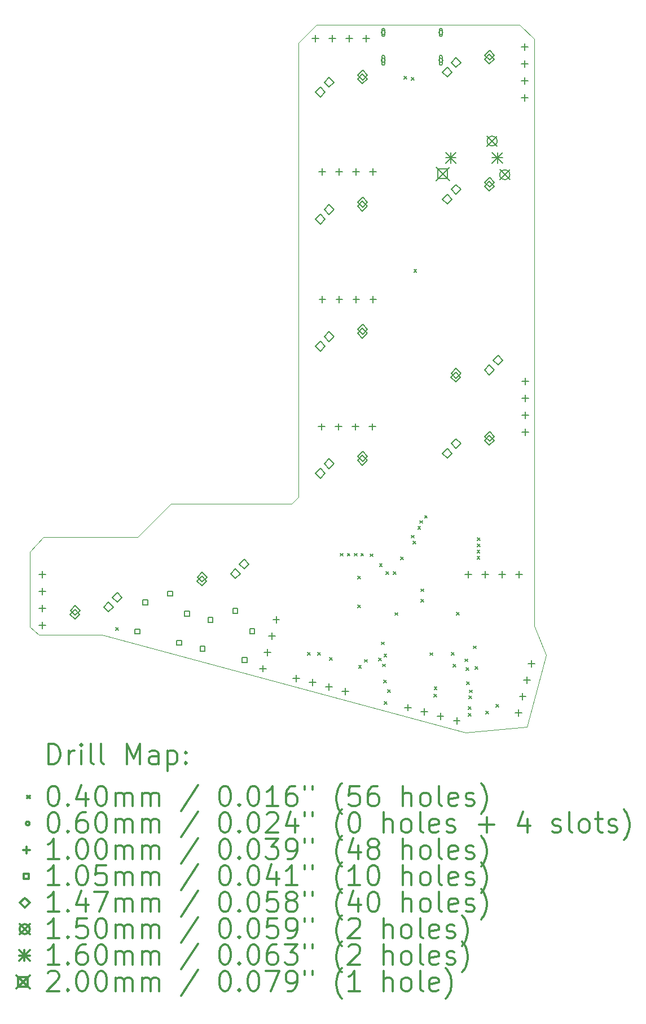
<source format=gbr>
%FSLAX45Y45*%
G04 Gerber Fmt 4.5, Leading zero omitted, Abs format (unit mm)*
G04 Created by KiCad (PCBNEW (5.1.4)-1) date 2023-05-19 09:13:58*
%MOMM*%
%LPD*%
G04 APERTURE LIST*
%ADD10C,0.050000*%
%ADD11C,0.200000*%
%ADD12C,0.300000*%
G04 APERTURE END LIST*
D10*
X7580000Y-44060000D02*
X7080000Y-44560000D01*
X7080000Y-44560000D02*
X5670000Y-44560000D01*
X9390000Y-44060000D02*
X9490000Y-43960000D01*
X9390000Y-44060000D02*
X7580000Y-44060000D01*
X13031480Y-37311016D02*
X13031480Y-37091016D01*
X9493279Y-37366295D02*
X9493279Y-37146295D01*
X9493279Y-39271295D02*
X9493279Y-37366295D01*
X13031480Y-39216016D02*
X13031480Y-37311016D01*
X6523279Y-46021295D02*
X6543279Y-46021295D01*
X9493279Y-39271295D02*
X9490000Y-43960000D01*
X12925419Y-47405040D02*
X12003279Y-47491295D01*
X12925419Y-47405040D02*
X13213232Y-46328860D01*
X13031346Y-39391871D02*
X13031480Y-39216016D01*
X13033920Y-43349053D02*
X13032767Y-45050023D01*
X13033421Y-45883812D02*
X13032185Y-45151986D01*
X13033421Y-45883812D02*
X13213232Y-46328860D01*
X13031480Y-37091016D02*
X12813279Y-36876295D01*
X9763279Y-36876295D02*
X9493279Y-37146295D01*
X9763279Y-36876295D02*
X12813279Y-36876295D01*
X5463279Y-44780000D02*
X5463279Y-45901295D01*
X5463279Y-44780000D02*
X5670000Y-44560000D01*
X5463279Y-45901295D02*
X5603279Y-46021295D01*
X6523279Y-46021295D02*
X5603279Y-46021295D01*
X13031346Y-39391871D02*
X13033920Y-43349053D01*
X13032185Y-45151986D02*
X13032767Y-45050023D01*
X12003279Y-47491295D02*
X6543279Y-46021295D01*
D11*
X6754279Y-45913221D02*
X6794279Y-45953221D01*
X6794279Y-45913221D02*
X6754279Y-45953221D01*
X9629000Y-46287000D02*
X9669000Y-46327000D01*
X9669000Y-46287000D02*
X9629000Y-46327000D01*
X9783000Y-46287000D02*
X9823000Y-46327000D01*
X9823000Y-46287000D02*
X9783000Y-46327000D01*
X9960000Y-46363500D02*
X10000000Y-46403500D01*
X10000000Y-46363500D02*
X9960000Y-46403500D01*
X10122267Y-44799996D02*
X10162267Y-44839996D01*
X10162267Y-44799996D02*
X10122267Y-44839996D01*
X10226673Y-44799996D02*
X10266673Y-44839996D01*
X10266673Y-44799996D02*
X10226673Y-44839996D01*
X10331989Y-44799996D02*
X10371989Y-44839996D01*
X10371989Y-44799996D02*
X10331989Y-44839996D01*
X10383636Y-45145603D02*
X10423636Y-45185603D01*
X10423636Y-45145603D02*
X10383636Y-45185603D01*
X10384000Y-45576000D02*
X10424000Y-45616000D01*
X10424000Y-45576000D02*
X10384000Y-45616000D01*
X10396397Y-46480028D02*
X10436397Y-46520028D01*
X10436397Y-46480028D02*
X10396397Y-46520028D01*
X10430000Y-44799996D02*
X10470000Y-44839996D01*
X10470000Y-44799996D02*
X10430000Y-44839996D01*
X10488399Y-46393075D02*
X10528399Y-46433075D01*
X10528399Y-46393075D02*
X10488399Y-46433075D01*
X10573000Y-44808000D02*
X10613000Y-44848000D01*
X10613000Y-44808000D02*
X10573000Y-44848000D01*
X10694600Y-46368000D02*
X10734600Y-46408000D01*
X10734600Y-46368000D02*
X10694600Y-46408000D01*
X10710000Y-44957000D02*
X10750000Y-44997000D01*
X10750000Y-44957000D02*
X10710000Y-44997000D01*
X10742098Y-46130119D02*
X10782098Y-46170119D01*
X10782098Y-46130119D02*
X10742098Y-46170119D01*
X10758788Y-46460284D02*
X10798788Y-46500284D01*
X10798788Y-46460284D02*
X10758788Y-46500284D01*
X10770800Y-46698200D02*
X10810800Y-46738200D01*
X10810800Y-46698200D02*
X10770800Y-46738200D01*
X10776660Y-46312560D02*
X10816660Y-46352560D01*
X10816660Y-46312560D02*
X10776660Y-46352560D01*
X10780000Y-47020000D02*
X10820000Y-47060000D01*
X10820000Y-47020000D02*
X10780000Y-47060000D01*
X10807670Y-45074557D02*
X10847670Y-45114557D01*
X10847670Y-45074557D02*
X10807670Y-45114557D01*
X10830866Y-46844598D02*
X10870866Y-46884598D01*
X10870866Y-46844598D02*
X10830866Y-46884598D01*
X10915000Y-45075000D02*
X10955000Y-45115000D01*
X10955000Y-45075000D02*
X10915000Y-45115000D01*
X10942402Y-45689200D02*
X10982402Y-45729200D01*
X10982402Y-45689200D02*
X10942402Y-45729200D01*
X11025000Y-44852500D02*
X11065000Y-44892500D01*
X11065000Y-44852500D02*
X11025000Y-44892500D01*
X11077500Y-37652500D02*
X11117500Y-37692500D01*
X11117500Y-37652500D02*
X11077500Y-37692500D01*
X11186206Y-44528543D02*
X11226206Y-44568543D01*
X11226206Y-44528543D02*
X11186206Y-44568543D01*
X11187500Y-37667500D02*
X11227500Y-37707500D01*
X11227500Y-37667500D02*
X11187500Y-37707500D01*
X11216004Y-44616325D02*
X11256004Y-44656325D01*
X11256004Y-44616325D02*
X11216004Y-44656325D01*
X11227500Y-40545000D02*
X11267500Y-40585000D01*
X11267500Y-40545000D02*
X11227500Y-40585000D01*
X11285096Y-44399717D02*
X11325096Y-44439717D01*
X11325096Y-44399717D02*
X11285096Y-44439717D01*
X11317011Y-44309972D02*
X11357011Y-44349972D01*
X11357011Y-44309972D02*
X11317011Y-44349972D01*
X11330000Y-45335000D02*
X11370000Y-45375000D01*
X11370000Y-45335000D02*
X11330000Y-45375000D01*
X11330000Y-45492500D02*
X11370000Y-45532500D01*
X11370000Y-45492500D02*
X11330000Y-45532500D01*
X11387868Y-44232783D02*
X11427868Y-44272783D01*
X11427868Y-44232783D02*
X11387868Y-44272783D01*
X11470000Y-46290000D02*
X11510000Y-46330000D01*
X11510000Y-46290000D02*
X11470000Y-46330000D01*
X11525586Y-46914414D02*
X11565586Y-46954414D01*
X11565586Y-46914414D02*
X11525586Y-46954414D01*
X11530315Y-46802501D02*
X11570315Y-46842501D01*
X11570315Y-46802501D02*
X11530315Y-46842501D01*
X11786836Y-46288164D02*
X11826836Y-46328164D01*
X11826836Y-46288164D02*
X11786836Y-46328164D01*
X11813362Y-46465943D02*
X11853362Y-46505943D01*
X11853362Y-46465943D02*
X11813362Y-46505943D01*
X11867500Y-45682500D02*
X11907500Y-45722500D01*
X11907500Y-45682500D02*
X11867500Y-45722500D01*
X11992536Y-46384599D02*
X12032536Y-46424599D01*
X12032536Y-46384599D02*
X11992536Y-46424599D01*
X12010000Y-46512500D02*
X12050000Y-46552500D01*
X12050000Y-46512500D02*
X12010000Y-46552500D01*
X12015000Y-46725000D02*
X12055000Y-46765000D01*
X12055000Y-46725000D02*
X12015000Y-46765000D01*
X12042500Y-47200000D02*
X12082500Y-47240000D01*
X12082500Y-47200000D02*
X12042500Y-47240000D01*
X12042501Y-47097501D02*
X12082501Y-47137501D01*
X12082501Y-47097501D02*
X12042501Y-47137501D01*
X12050832Y-46941338D02*
X12090832Y-46981338D01*
X12090832Y-46941338D02*
X12050832Y-46981338D01*
X12060234Y-46849114D02*
X12100234Y-46889114D01*
X12100234Y-46849114D02*
X12060234Y-46889114D01*
X12119999Y-46190000D02*
X12159999Y-46230000D01*
X12159999Y-46190000D02*
X12119999Y-46230000D01*
X12147901Y-46497374D02*
X12187901Y-46537374D01*
X12187901Y-46497374D02*
X12147901Y-46537374D01*
X12174769Y-44752817D02*
X12214769Y-44792817D01*
X12214769Y-44752817D02*
X12174769Y-44792817D01*
X12175014Y-44845517D02*
X12215014Y-44885517D01*
X12215014Y-44845517D02*
X12175014Y-44885517D01*
X12176437Y-44660132D02*
X12216437Y-44700132D01*
X12216437Y-44660132D02*
X12176437Y-44700132D01*
X12180000Y-44567500D02*
X12220000Y-44607500D01*
X12220000Y-44567500D02*
X12180000Y-44607500D01*
X12305000Y-47165000D02*
X12345000Y-47205000D01*
X12345000Y-47165000D02*
X12305000Y-47205000D01*
X12457700Y-47067500D02*
X12497700Y-47107500D01*
X12497700Y-47067500D02*
X12457700Y-47107500D01*
X10796000Y-36992500D02*
G75*
G03X10796000Y-36992500I-30000J0D01*
G01*
X10746000Y-36952500D02*
X10746000Y-37032500D01*
X10786000Y-36952500D02*
X10786000Y-37032500D01*
X10746000Y-37032500D02*
G75*
G03X10786000Y-37032500I20000J0D01*
G01*
X10786000Y-36952500D02*
G75*
G03X10746000Y-36952500I-20000J0D01*
G01*
X10796000Y-37409500D02*
G75*
G03X10796000Y-37409500I-30000J0D01*
G01*
X10746000Y-37354500D02*
X10746000Y-37464500D01*
X10786000Y-37354500D02*
X10786000Y-37464500D01*
X10746000Y-37464500D02*
G75*
G03X10786000Y-37464500I20000J0D01*
G01*
X10786000Y-37354500D02*
G75*
G03X10746000Y-37354500I-20000J0D01*
G01*
X11660000Y-36992500D02*
G75*
G03X11660000Y-36992500I-30000J0D01*
G01*
X11610000Y-36952500D02*
X11610000Y-37032500D01*
X11650000Y-36952500D02*
X11650000Y-37032500D01*
X11610000Y-37032500D02*
G75*
G03X11650000Y-37032500I20000J0D01*
G01*
X11650000Y-36952500D02*
G75*
G03X11610000Y-36952500I-20000J0D01*
G01*
X11660000Y-37409500D02*
G75*
G03X11660000Y-37409500I-30000J0D01*
G01*
X11610000Y-37354500D02*
X11610000Y-37464500D01*
X11650000Y-37354500D02*
X11650000Y-37464500D01*
X11610000Y-37464500D02*
G75*
G03X11650000Y-37464500I20000J0D01*
G01*
X11650000Y-37354500D02*
G75*
G03X11610000Y-37354500I-20000J0D01*
G01*
X12044843Y-45068132D02*
X12044843Y-45168132D01*
X11994843Y-45118132D02*
X12094843Y-45118132D01*
X12298843Y-45068132D02*
X12298843Y-45168132D01*
X12248843Y-45118132D02*
X12348843Y-45118132D01*
X12552843Y-45068132D02*
X12552843Y-45168132D01*
X12502843Y-45118132D02*
X12602843Y-45118132D01*
X12806843Y-45068132D02*
X12806843Y-45168132D01*
X12756843Y-45118132D02*
X12856843Y-45118132D01*
X9853416Y-40943520D02*
X9853416Y-41043520D01*
X9803416Y-40993520D02*
X9903416Y-40993520D01*
X10107416Y-40943520D02*
X10107416Y-41043520D01*
X10057416Y-40993520D02*
X10157416Y-40993520D01*
X10361416Y-40943520D02*
X10361416Y-41043520D01*
X10311416Y-40993520D02*
X10411416Y-40993520D01*
X10615416Y-40943520D02*
X10615416Y-41043520D01*
X10565416Y-40993520D02*
X10665416Y-40993520D01*
X9837697Y-42852097D02*
X9837697Y-42952097D01*
X9787697Y-42902097D02*
X9887697Y-42902097D01*
X10091697Y-42852097D02*
X10091697Y-42952097D01*
X10041697Y-42902097D02*
X10141697Y-42902097D01*
X10345697Y-42852097D02*
X10345697Y-42952097D01*
X10295697Y-42902097D02*
X10395697Y-42902097D01*
X10599697Y-42852097D02*
X10599697Y-42952097D01*
X10549697Y-42902097D02*
X10649697Y-42902097D01*
X12894060Y-42172489D02*
X12894060Y-42272489D01*
X12844060Y-42222489D02*
X12944060Y-42222489D01*
X12894060Y-42426489D02*
X12894060Y-42526489D01*
X12844060Y-42476489D02*
X12944060Y-42476489D01*
X12894060Y-42680489D02*
X12894060Y-42780489D01*
X12844060Y-42730489D02*
X12944060Y-42730489D01*
X12894060Y-42934489D02*
X12894060Y-43034489D01*
X12844060Y-42984489D02*
X12944060Y-42984489D01*
X9463279Y-46621295D02*
X9463279Y-46721295D01*
X9413279Y-46671295D02*
X9513279Y-46671295D01*
X9708624Y-46687035D02*
X9708624Y-46787035D01*
X9658624Y-46737035D02*
X9758624Y-46737035D01*
X9953969Y-46752775D02*
X9953969Y-46852775D01*
X9903969Y-46802775D02*
X10003969Y-46802775D01*
X10199314Y-46818515D02*
X10199314Y-46918515D01*
X10149314Y-46868515D02*
X10249314Y-46868515D01*
X12793279Y-47141295D02*
X12793279Y-47241295D01*
X12743279Y-47191295D02*
X12843279Y-47191295D01*
X12859019Y-46895950D02*
X12859019Y-46995950D01*
X12809019Y-46945950D02*
X12909019Y-46945950D01*
X12924759Y-46650605D02*
X12924759Y-46750605D01*
X12874759Y-46700605D02*
X12974759Y-46700605D01*
X12990499Y-46405260D02*
X12990499Y-46505260D01*
X12940499Y-46455260D02*
X13040499Y-46455260D01*
X9751000Y-37032000D02*
X9751000Y-37132000D01*
X9701000Y-37082000D02*
X9801000Y-37082000D01*
X10005000Y-37032000D02*
X10005000Y-37132000D01*
X9955000Y-37082000D02*
X10055000Y-37082000D01*
X10259000Y-37032000D02*
X10259000Y-37132000D01*
X10209000Y-37082000D02*
X10309000Y-37082000D01*
X10513000Y-37032000D02*
X10513000Y-37132000D01*
X10463000Y-37082000D02*
X10563000Y-37082000D01*
X5653279Y-45069295D02*
X5653279Y-45169295D01*
X5603279Y-45119295D02*
X5703279Y-45119295D01*
X5653279Y-45323295D02*
X5653279Y-45423295D01*
X5603279Y-45373295D02*
X5703279Y-45373295D01*
X5653279Y-45577295D02*
X5653279Y-45677295D01*
X5603279Y-45627295D02*
X5703279Y-45627295D01*
X5653279Y-45831295D02*
X5653279Y-45931295D01*
X5603279Y-45881295D02*
X5703279Y-45881295D01*
X12887609Y-37159831D02*
X12887609Y-37259831D01*
X12837609Y-37209831D02*
X12937609Y-37209831D01*
X12887609Y-37413831D02*
X12887609Y-37513831D01*
X12837609Y-37463831D02*
X12937609Y-37463831D01*
X12887609Y-37667831D02*
X12887609Y-37767831D01*
X12837609Y-37717831D02*
X12937609Y-37717831D01*
X12887609Y-37921831D02*
X12887609Y-38021831D01*
X12837609Y-37971831D02*
X12937609Y-37971831D01*
X11133279Y-47061295D02*
X11133279Y-47161295D01*
X11083279Y-47111295D02*
X11183279Y-47111295D01*
X11378624Y-47127035D02*
X11378624Y-47227035D01*
X11328624Y-47177035D02*
X11428624Y-47177035D01*
X11623969Y-47192775D02*
X11623969Y-47292775D01*
X11573969Y-47242775D02*
X11673969Y-47242775D01*
X11869314Y-47258515D02*
X11869314Y-47358515D01*
X11819314Y-47308515D02*
X11919314Y-47308515D01*
X9850928Y-39031838D02*
X9850928Y-39131838D01*
X9800928Y-39081838D02*
X9900928Y-39081838D01*
X10104928Y-39031838D02*
X10104928Y-39131838D01*
X10054928Y-39081838D02*
X10154928Y-39081838D01*
X10358928Y-39031838D02*
X10358928Y-39131838D01*
X10308928Y-39081838D02*
X10408928Y-39081838D01*
X10612928Y-39031838D02*
X10612928Y-39131838D01*
X10562928Y-39081838D02*
X10662928Y-39081838D01*
X8962796Y-46477182D02*
X8962796Y-46577182D01*
X8912796Y-46527182D02*
X9012796Y-46527182D01*
X9028536Y-46231837D02*
X9028536Y-46331837D01*
X8978536Y-46281837D02*
X9078536Y-46281837D01*
X9094276Y-45986492D02*
X9094276Y-46086492D01*
X9044276Y-46036492D02*
X9144276Y-46036492D01*
X9160016Y-45741146D02*
X9160016Y-45841146D01*
X9110016Y-45791146D02*
X9210016Y-45791146D01*
X8092232Y-46269691D02*
X8092232Y-46195444D01*
X8017985Y-46195444D01*
X8017985Y-46269691D01*
X8092232Y-46269691D01*
X8209459Y-45835228D02*
X8209459Y-45760981D01*
X8135212Y-45760981D01*
X8135212Y-45835228D01*
X8209459Y-45835228D01*
X8581851Y-45702661D02*
X8581851Y-45628414D01*
X8507604Y-45628414D01*
X8507604Y-45702661D01*
X8581851Y-45702661D01*
X8719789Y-46439019D02*
X8719789Y-46364772D01*
X8645542Y-46364772D01*
X8645542Y-46439019D01*
X8719789Y-46439019D01*
X8837016Y-46004556D02*
X8837016Y-45930309D01*
X8762769Y-45930309D01*
X8762769Y-46004556D01*
X8837016Y-46004556D01*
X7114458Y-46009691D02*
X7114458Y-45935444D01*
X7040211Y-45935444D01*
X7040211Y-46009691D01*
X7114458Y-46009691D01*
X7231685Y-45575228D02*
X7231685Y-45500981D01*
X7157438Y-45500981D01*
X7157438Y-45575228D01*
X7231685Y-45575228D01*
X7604077Y-45442661D02*
X7604077Y-45368414D01*
X7529830Y-45368414D01*
X7529830Y-45442661D01*
X7604077Y-45442661D01*
X7742015Y-46179019D02*
X7742015Y-46104772D01*
X7667768Y-46104772D01*
X7667768Y-46179019D01*
X7742015Y-46179019D01*
X7859242Y-45744556D02*
X7859242Y-45670309D01*
X7784995Y-45670309D01*
X7784995Y-45744556D01*
X7859242Y-45744556D01*
X6139279Y-45787795D02*
X6212779Y-45714295D01*
X6139279Y-45640795D01*
X6065779Y-45714295D01*
X6139279Y-45787795D01*
X6143279Y-45729795D02*
X6216779Y-45656295D01*
X6143279Y-45582795D01*
X6069779Y-45656295D01*
X6143279Y-45729795D01*
X6643279Y-45679795D02*
X6716779Y-45606295D01*
X6643279Y-45532795D01*
X6569779Y-45606295D01*
X6643279Y-45679795D01*
X6774279Y-45533795D02*
X6847779Y-45460295D01*
X6774279Y-45386795D01*
X6700779Y-45460295D01*
X6774279Y-45533795D01*
X9822279Y-41770795D02*
X9895779Y-41697295D01*
X9822279Y-41623795D01*
X9748779Y-41697295D01*
X9822279Y-41770795D01*
X9953279Y-41624795D02*
X10026779Y-41551295D01*
X9953279Y-41477795D01*
X9879779Y-41551295D01*
X9953279Y-41624795D01*
X10453279Y-41574795D02*
X10526779Y-41501295D01*
X10453279Y-41427795D01*
X10379779Y-41501295D01*
X10453279Y-41574795D01*
X10457279Y-41516795D02*
X10530779Y-41443295D01*
X10457279Y-41369795D01*
X10383779Y-41443295D01*
X10457279Y-41516795D01*
X9822279Y-39865795D02*
X9895779Y-39792295D01*
X9822279Y-39718795D01*
X9748779Y-39792295D01*
X9822279Y-39865795D01*
X9953279Y-39719795D02*
X10026779Y-39646295D01*
X9953279Y-39572795D01*
X9879779Y-39646295D01*
X9953279Y-39719795D01*
X10453279Y-39669795D02*
X10526779Y-39596295D01*
X10453279Y-39522795D01*
X10379779Y-39596295D01*
X10453279Y-39669795D01*
X10457279Y-39611795D02*
X10530779Y-39538295D01*
X10457279Y-39464795D01*
X10383779Y-39538295D01*
X10457279Y-39611795D01*
X9822279Y-37959500D02*
X9895779Y-37886000D01*
X9822279Y-37812500D01*
X9748779Y-37886000D01*
X9822279Y-37959500D01*
X9953279Y-37813500D02*
X10026779Y-37740000D01*
X9953279Y-37666500D01*
X9879779Y-37740000D01*
X9953279Y-37813500D01*
X10453279Y-37763500D02*
X10526779Y-37690000D01*
X10453279Y-37616500D01*
X10379779Y-37690000D01*
X10453279Y-37763500D01*
X10457279Y-37705500D02*
X10530779Y-37632000D01*
X10457279Y-37558500D01*
X10383779Y-37632000D01*
X10457279Y-37705500D01*
X9822279Y-43675795D02*
X9895779Y-43602295D01*
X9822279Y-43528795D01*
X9748779Y-43602295D01*
X9822279Y-43675795D01*
X9953279Y-43529795D02*
X10026779Y-43456295D01*
X9953279Y-43382795D01*
X9879779Y-43456295D01*
X9953279Y-43529795D01*
X10453279Y-43479795D02*
X10526779Y-43406295D01*
X10453279Y-43332795D01*
X10379779Y-43406295D01*
X10453279Y-43479795D01*
X10457279Y-43421795D02*
X10530779Y-43348295D01*
X10457279Y-43274795D01*
X10383779Y-43348295D01*
X10457279Y-43421795D01*
X11727279Y-43375795D02*
X11800779Y-43302295D01*
X11727279Y-43228795D01*
X11653779Y-43302295D01*
X11727279Y-43375795D01*
X11858279Y-43229795D02*
X11931779Y-43156295D01*
X11858279Y-43082795D01*
X11784779Y-43156295D01*
X11858279Y-43229795D01*
X12358279Y-43179795D02*
X12431779Y-43106295D01*
X12358279Y-43032795D01*
X12284779Y-43106295D01*
X12358279Y-43179795D01*
X12362279Y-43121795D02*
X12435779Y-43048295D01*
X12362279Y-42974795D01*
X12288779Y-43048295D01*
X12362279Y-43121795D01*
X11727279Y-39565795D02*
X11800779Y-39492295D01*
X11727279Y-39418795D01*
X11653779Y-39492295D01*
X11727279Y-39565795D01*
X11858279Y-39419795D02*
X11931779Y-39346295D01*
X11858279Y-39272795D01*
X11784779Y-39346295D01*
X11858279Y-39419795D01*
X12358279Y-39369795D02*
X12431779Y-39296295D01*
X12358279Y-39222795D01*
X12284779Y-39296295D01*
X12358279Y-39369795D01*
X12362279Y-39311795D02*
X12435779Y-39238295D01*
X12362279Y-39164795D01*
X12288779Y-39238295D01*
X12362279Y-39311795D01*
X8044279Y-45287795D02*
X8117779Y-45214295D01*
X8044279Y-45140795D01*
X7970779Y-45214295D01*
X8044279Y-45287795D01*
X8048279Y-45229795D02*
X8121779Y-45156295D01*
X8048279Y-45082795D01*
X7974779Y-45156295D01*
X8048279Y-45229795D01*
X8548279Y-45179795D02*
X8621779Y-45106295D01*
X8548279Y-45032795D01*
X8474779Y-45106295D01*
X8548279Y-45179795D01*
X8679279Y-45033795D02*
X8752779Y-44960295D01*
X8679279Y-44886795D01*
X8605779Y-44960295D01*
X8679279Y-45033795D01*
X11854279Y-42232795D02*
X11927779Y-42159295D01*
X11854279Y-42085795D01*
X11780779Y-42159295D01*
X11854279Y-42232795D01*
X11858279Y-42174795D02*
X11931779Y-42101295D01*
X11858279Y-42027795D01*
X11784779Y-42101295D01*
X11858279Y-42174795D01*
X12358279Y-42124795D02*
X12431779Y-42051295D01*
X12358279Y-41977795D01*
X12284779Y-42051295D01*
X12358279Y-42124795D01*
X12489279Y-41978795D02*
X12562779Y-41905295D01*
X12489279Y-41831795D01*
X12415779Y-41905295D01*
X12489279Y-41978795D01*
X11727279Y-37661500D02*
X11800779Y-37588000D01*
X11727279Y-37514500D01*
X11653779Y-37588000D01*
X11727279Y-37661500D01*
X11858279Y-37515500D02*
X11931779Y-37442000D01*
X11858279Y-37368500D01*
X11784779Y-37442000D01*
X11858279Y-37515500D01*
X12358279Y-37465500D02*
X12431779Y-37392000D01*
X12358279Y-37318500D01*
X12284779Y-37392000D01*
X12358279Y-37465500D01*
X12362279Y-37407500D02*
X12435779Y-37334000D01*
X12362279Y-37260500D01*
X12288779Y-37334000D01*
X12362279Y-37407500D01*
X12325000Y-38545000D02*
X12475000Y-38695000D01*
X12475000Y-38545000D02*
X12325000Y-38695000D01*
X12475000Y-38620000D02*
G75*
G03X12475000Y-38620000I-75000J0D01*
G01*
X12515000Y-39050000D02*
X12665000Y-39200000D01*
X12665000Y-39050000D02*
X12515000Y-39200000D01*
X12665000Y-39125000D02*
G75*
G03X12665000Y-39125000I-75000J0D01*
G01*
X11700000Y-38792500D02*
X11860000Y-38952500D01*
X11860000Y-38792500D02*
X11700000Y-38952500D01*
X11780000Y-38792500D02*
X11780000Y-38952500D01*
X11700000Y-38872500D02*
X11860000Y-38872500D01*
X12400000Y-38792500D02*
X12560000Y-38952500D01*
X12560000Y-38792500D02*
X12400000Y-38952500D01*
X12480000Y-38792500D02*
X12480000Y-38952500D01*
X12400000Y-38872500D02*
X12560000Y-38872500D01*
X11560000Y-39012500D02*
X11760000Y-39212500D01*
X11760000Y-39012500D02*
X11560000Y-39212500D01*
X11730711Y-39183211D02*
X11730711Y-39041789D01*
X11589289Y-39041789D01*
X11589289Y-39183211D01*
X11730711Y-39183211D01*
D12*
X5747207Y-47959509D02*
X5747207Y-47659509D01*
X5818636Y-47659509D01*
X5861493Y-47673795D01*
X5890064Y-47702367D01*
X5904350Y-47730938D01*
X5918636Y-47788081D01*
X5918636Y-47830938D01*
X5904350Y-47888081D01*
X5890064Y-47916652D01*
X5861493Y-47945224D01*
X5818636Y-47959509D01*
X5747207Y-47959509D01*
X6047207Y-47959509D02*
X6047207Y-47759509D01*
X6047207Y-47816652D02*
X6061493Y-47788081D01*
X6075779Y-47773795D01*
X6104350Y-47759509D01*
X6132922Y-47759509D01*
X6232922Y-47959509D02*
X6232922Y-47759509D01*
X6232922Y-47659509D02*
X6218636Y-47673795D01*
X6232922Y-47688081D01*
X6247207Y-47673795D01*
X6232922Y-47659509D01*
X6232922Y-47688081D01*
X6418636Y-47959509D02*
X6390064Y-47945224D01*
X6375779Y-47916652D01*
X6375779Y-47659509D01*
X6575779Y-47959509D02*
X6547207Y-47945224D01*
X6532922Y-47916652D01*
X6532922Y-47659509D01*
X6918636Y-47959509D02*
X6918636Y-47659509D01*
X7018636Y-47873795D01*
X7118636Y-47659509D01*
X7118636Y-47959509D01*
X7390064Y-47959509D02*
X7390064Y-47802367D01*
X7375779Y-47773795D01*
X7347207Y-47759509D01*
X7290064Y-47759509D01*
X7261493Y-47773795D01*
X7390064Y-47945224D02*
X7361493Y-47959509D01*
X7290064Y-47959509D01*
X7261493Y-47945224D01*
X7247207Y-47916652D01*
X7247207Y-47888081D01*
X7261493Y-47859509D01*
X7290064Y-47845224D01*
X7361493Y-47845224D01*
X7390064Y-47830938D01*
X7532922Y-47759509D02*
X7532922Y-48059509D01*
X7532922Y-47773795D02*
X7561493Y-47759509D01*
X7618636Y-47759509D01*
X7647207Y-47773795D01*
X7661493Y-47788081D01*
X7675779Y-47816652D01*
X7675779Y-47902367D01*
X7661493Y-47930938D01*
X7647207Y-47945224D01*
X7618636Y-47959509D01*
X7561493Y-47959509D01*
X7532922Y-47945224D01*
X7804350Y-47930938D02*
X7818636Y-47945224D01*
X7804350Y-47959509D01*
X7790064Y-47945224D01*
X7804350Y-47930938D01*
X7804350Y-47959509D01*
X7804350Y-47773795D02*
X7818636Y-47788081D01*
X7804350Y-47802367D01*
X7790064Y-47788081D01*
X7804350Y-47773795D01*
X7804350Y-47802367D01*
X5420779Y-48433795D02*
X5460779Y-48473795D01*
X5460779Y-48433795D02*
X5420779Y-48473795D01*
X5804350Y-48289509D02*
X5832922Y-48289509D01*
X5861493Y-48303795D01*
X5875779Y-48318081D01*
X5890064Y-48346652D01*
X5904350Y-48403795D01*
X5904350Y-48475224D01*
X5890064Y-48532367D01*
X5875779Y-48560938D01*
X5861493Y-48575224D01*
X5832922Y-48589509D01*
X5804350Y-48589509D01*
X5775779Y-48575224D01*
X5761493Y-48560938D01*
X5747207Y-48532367D01*
X5732922Y-48475224D01*
X5732922Y-48403795D01*
X5747207Y-48346652D01*
X5761493Y-48318081D01*
X5775779Y-48303795D01*
X5804350Y-48289509D01*
X6032922Y-48560938D02*
X6047207Y-48575224D01*
X6032922Y-48589509D01*
X6018636Y-48575224D01*
X6032922Y-48560938D01*
X6032922Y-48589509D01*
X6304350Y-48389509D02*
X6304350Y-48589509D01*
X6232922Y-48275224D02*
X6161493Y-48489509D01*
X6347207Y-48489509D01*
X6518636Y-48289509D02*
X6547207Y-48289509D01*
X6575779Y-48303795D01*
X6590064Y-48318081D01*
X6604350Y-48346652D01*
X6618636Y-48403795D01*
X6618636Y-48475224D01*
X6604350Y-48532367D01*
X6590064Y-48560938D01*
X6575779Y-48575224D01*
X6547207Y-48589509D01*
X6518636Y-48589509D01*
X6490064Y-48575224D01*
X6475779Y-48560938D01*
X6461493Y-48532367D01*
X6447207Y-48475224D01*
X6447207Y-48403795D01*
X6461493Y-48346652D01*
X6475779Y-48318081D01*
X6490064Y-48303795D01*
X6518636Y-48289509D01*
X6747207Y-48589509D02*
X6747207Y-48389509D01*
X6747207Y-48418081D02*
X6761493Y-48403795D01*
X6790064Y-48389509D01*
X6832922Y-48389509D01*
X6861493Y-48403795D01*
X6875779Y-48432367D01*
X6875779Y-48589509D01*
X6875779Y-48432367D02*
X6890064Y-48403795D01*
X6918636Y-48389509D01*
X6961493Y-48389509D01*
X6990064Y-48403795D01*
X7004350Y-48432367D01*
X7004350Y-48589509D01*
X7147207Y-48589509D02*
X7147207Y-48389509D01*
X7147207Y-48418081D02*
X7161493Y-48403795D01*
X7190064Y-48389509D01*
X7232922Y-48389509D01*
X7261493Y-48403795D01*
X7275779Y-48432367D01*
X7275779Y-48589509D01*
X7275779Y-48432367D02*
X7290064Y-48403795D01*
X7318636Y-48389509D01*
X7361493Y-48389509D01*
X7390064Y-48403795D01*
X7404350Y-48432367D01*
X7404350Y-48589509D01*
X7990064Y-48275224D02*
X7732922Y-48660938D01*
X8375779Y-48289509D02*
X8404350Y-48289509D01*
X8432922Y-48303795D01*
X8447207Y-48318081D01*
X8461493Y-48346652D01*
X8475779Y-48403795D01*
X8475779Y-48475224D01*
X8461493Y-48532367D01*
X8447207Y-48560938D01*
X8432922Y-48575224D01*
X8404350Y-48589509D01*
X8375779Y-48589509D01*
X8347207Y-48575224D01*
X8332922Y-48560938D01*
X8318636Y-48532367D01*
X8304350Y-48475224D01*
X8304350Y-48403795D01*
X8318636Y-48346652D01*
X8332922Y-48318081D01*
X8347207Y-48303795D01*
X8375779Y-48289509D01*
X8604350Y-48560938D02*
X8618636Y-48575224D01*
X8604350Y-48589509D01*
X8590065Y-48575224D01*
X8604350Y-48560938D01*
X8604350Y-48589509D01*
X8804350Y-48289509D02*
X8832922Y-48289509D01*
X8861493Y-48303795D01*
X8875779Y-48318081D01*
X8890065Y-48346652D01*
X8904350Y-48403795D01*
X8904350Y-48475224D01*
X8890065Y-48532367D01*
X8875779Y-48560938D01*
X8861493Y-48575224D01*
X8832922Y-48589509D01*
X8804350Y-48589509D01*
X8775779Y-48575224D01*
X8761493Y-48560938D01*
X8747207Y-48532367D01*
X8732922Y-48475224D01*
X8732922Y-48403795D01*
X8747207Y-48346652D01*
X8761493Y-48318081D01*
X8775779Y-48303795D01*
X8804350Y-48289509D01*
X9190065Y-48589509D02*
X9018636Y-48589509D01*
X9104350Y-48589509D02*
X9104350Y-48289509D01*
X9075779Y-48332367D01*
X9047207Y-48360938D01*
X9018636Y-48375224D01*
X9447207Y-48289509D02*
X9390065Y-48289509D01*
X9361493Y-48303795D01*
X9347207Y-48318081D01*
X9318636Y-48360938D01*
X9304350Y-48418081D01*
X9304350Y-48532367D01*
X9318636Y-48560938D01*
X9332922Y-48575224D01*
X9361493Y-48589509D01*
X9418636Y-48589509D01*
X9447207Y-48575224D01*
X9461493Y-48560938D01*
X9475779Y-48532367D01*
X9475779Y-48460938D01*
X9461493Y-48432367D01*
X9447207Y-48418081D01*
X9418636Y-48403795D01*
X9361493Y-48403795D01*
X9332922Y-48418081D01*
X9318636Y-48432367D01*
X9304350Y-48460938D01*
X9590065Y-48289509D02*
X9590065Y-48346652D01*
X9704350Y-48289509D02*
X9704350Y-48346652D01*
X10147207Y-48703795D02*
X10132922Y-48689509D01*
X10104350Y-48646652D01*
X10090065Y-48618081D01*
X10075779Y-48575224D01*
X10061493Y-48503795D01*
X10061493Y-48446652D01*
X10075779Y-48375224D01*
X10090065Y-48332367D01*
X10104350Y-48303795D01*
X10132922Y-48260938D01*
X10147207Y-48246652D01*
X10404350Y-48289509D02*
X10261493Y-48289509D01*
X10247207Y-48432367D01*
X10261493Y-48418081D01*
X10290065Y-48403795D01*
X10361493Y-48403795D01*
X10390065Y-48418081D01*
X10404350Y-48432367D01*
X10418636Y-48460938D01*
X10418636Y-48532367D01*
X10404350Y-48560938D01*
X10390065Y-48575224D01*
X10361493Y-48589509D01*
X10290065Y-48589509D01*
X10261493Y-48575224D01*
X10247207Y-48560938D01*
X10675779Y-48289509D02*
X10618636Y-48289509D01*
X10590065Y-48303795D01*
X10575779Y-48318081D01*
X10547207Y-48360938D01*
X10532922Y-48418081D01*
X10532922Y-48532367D01*
X10547207Y-48560938D01*
X10561493Y-48575224D01*
X10590065Y-48589509D01*
X10647207Y-48589509D01*
X10675779Y-48575224D01*
X10690065Y-48560938D01*
X10704350Y-48532367D01*
X10704350Y-48460938D01*
X10690065Y-48432367D01*
X10675779Y-48418081D01*
X10647207Y-48403795D01*
X10590065Y-48403795D01*
X10561493Y-48418081D01*
X10547207Y-48432367D01*
X10532922Y-48460938D01*
X11061493Y-48589509D02*
X11061493Y-48289509D01*
X11190064Y-48589509D02*
X11190064Y-48432367D01*
X11175779Y-48403795D01*
X11147207Y-48389509D01*
X11104350Y-48389509D01*
X11075779Y-48403795D01*
X11061493Y-48418081D01*
X11375779Y-48589509D02*
X11347207Y-48575224D01*
X11332922Y-48560938D01*
X11318636Y-48532367D01*
X11318636Y-48446652D01*
X11332922Y-48418081D01*
X11347207Y-48403795D01*
X11375779Y-48389509D01*
X11418636Y-48389509D01*
X11447207Y-48403795D01*
X11461493Y-48418081D01*
X11475779Y-48446652D01*
X11475779Y-48532367D01*
X11461493Y-48560938D01*
X11447207Y-48575224D01*
X11418636Y-48589509D01*
X11375779Y-48589509D01*
X11647207Y-48589509D02*
X11618636Y-48575224D01*
X11604350Y-48546652D01*
X11604350Y-48289509D01*
X11875779Y-48575224D02*
X11847207Y-48589509D01*
X11790064Y-48589509D01*
X11761493Y-48575224D01*
X11747207Y-48546652D01*
X11747207Y-48432367D01*
X11761493Y-48403795D01*
X11790064Y-48389509D01*
X11847207Y-48389509D01*
X11875779Y-48403795D01*
X11890064Y-48432367D01*
X11890064Y-48460938D01*
X11747207Y-48489509D01*
X12004350Y-48575224D02*
X12032922Y-48589509D01*
X12090064Y-48589509D01*
X12118636Y-48575224D01*
X12132922Y-48546652D01*
X12132922Y-48532367D01*
X12118636Y-48503795D01*
X12090064Y-48489509D01*
X12047207Y-48489509D01*
X12018636Y-48475224D01*
X12004350Y-48446652D01*
X12004350Y-48432367D01*
X12018636Y-48403795D01*
X12047207Y-48389509D01*
X12090064Y-48389509D01*
X12118636Y-48403795D01*
X12232922Y-48703795D02*
X12247207Y-48689509D01*
X12275779Y-48646652D01*
X12290064Y-48618081D01*
X12304350Y-48575224D01*
X12318636Y-48503795D01*
X12318636Y-48446652D01*
X12304350Y-48375224D01*
X12290064Y-48332367D01*
X12275779Y-48303795D01*
X12247207Y-48260938D01*
X12232922Y-48246652D01*
X5460779Y-48849795D02*
G75*
G03X5460779Y-48849795I-30000J0D01*
G01*
X5804350Y-48685509D02*
X5832922Y-48685509D01*
X5861493Y-48699795D01*
X5875779Y-48714081D01*
X5890064Y-48742652D01*
X5904350Y-48799795D01*
X5904350Y-48871224D01*
X5890064Y-48928367D01*
X5875779Y-48956938D01*
X5861493Y-48971224D01*
X5832922Y-48985509D01*
X5804350Y-48985509D01*
X5775779Y-48971224D01*
X5761493Y-48956938D01*
X5747207Y-48928367D01*
X5732922Y-48871224D01*
X5732922Y-48799795D01*
X5747207Y-48742652D01*
X5761493Y-48714081D01*
X5775779Y-48699795D01*
X5804350Y-48685509D01*
X6032922Y-48956938D02*
X6047207Y-48971224D01*
X6032922Y-48985509D01*
X6018636Y-48971224D01*
X6032922Y-48956938D01*
X6032922Y-48985509D01*
X6304350Y-48685509D02*
X6247207Y-48685509D01*
X6218636Y-48699795D01*
X6204350Y-48714081D01*
X6175779Y-48756938D01*
X6161493Y-48814081D01*
X6161493Y-48928367D01*
X6175779Y-48956938D01*
X6190064Y-48971224D01*
X6218636Y-48985509D01*
X6275779Y-48985509D01*
X6304350Y-48971224D01*
X6318636Y-48956938D01*
X6332922Y-48928367D01*
X6332922Y-48856938D01*
X6318636Y-48828367D01*
X6304350Y-48814081D01*
X6275779Y-48799795D01*
X6218636Y-48799795D01*
X6190064Y-48814081D01*
X6175779Y-48828367D01*
X6161493Y-48856938D01*
X6518636Y-48685509D02*
X6547207Y-48685509D01*
X6575779Y-48699795D01*
X6590064Y-48714081D01*
X6604350Y-48742652D01*
X6618636Y-48799795D01*
X6618636Y-48871224D01*
X6604350Y-48928367D01*
X6590064Y-48956938D01*
X6575779Y-48971224D01*
X6547207Y-48985509D01*
X6518636Y-48985509D01*
X6490064Y-48971224D01*
X6475779Y-48956938D01*
X6461493Y-48928367D01*
X6447207Y-48871224D01*
X6447207Y-48799795D01*
X6461493Y-48742652D01*
X6475779Y-48714081D01*
X6490064Y-48699795D01*
X6518636Y-48685509D01*
X6747207Y-48985509D02*
X6747207Y-48785509D01*
X6747207Y-48814081D02*
X6761493Y-48799795D01*
X6790064Y-48785509D01*
X6832922Y-48785509D01*
X6861493Y-48799795D01*
X6875779Y-48828367D01*
X6875779Y-48985509D01*
X6875779Y-48828367D02*
X6890064Y-48799795D01*
X6918636Y-48785509D01*
X6961493Y-48785509D01*
X6990064Y-48799795D01*
X7004350Y-48828367D01*
X7004350Y-48985509D01*
X7147207Y-48985509D02*
X7147207Y-48785509D01*
X7147207Y-48814081D02*
X7161493Y-48799795D01*
X7190064Y-48785509D01*
X7232922Y-48785509D01*
X7261493Y-48799795D01*
X7275779Y-48828367D01*
X7275779Y-48985509D01*
X7275779Y-48828367D02*
X7290064Y-48799795D01*
X7318636Y-48785509D01*
X7361493Y-48785509D01*
X7390064Y-48799795D01*
X7404350Y-48828367D01*
X7404350Y-48985509D01*
X7990064Y-48671224D02*
X7732922Y-49056938D01*
X8375779Y-48685509D02*
X8404350Y-48685509D01*
X8432922Y-48699795D01*
X8447207Y-48714081D01*
X8461493Y-48742652D01*
X8475779Y-48799795D01*
X8475779Y-48871224D01*
X8461493Y-48928367D01*
X8447207Y-48956938D01*
X8432922Y-48971224D01*
X8404350Y-48985509D01*
X8375779Y-48985509D01*
X8347207Y-48971224D01*
X8332922Y-48956938D01*
X8318636Y-48928367D01*
X8304350Y-48871224D01*
X8304350Y-48799795D01*
X8318636Y-48742652D01*
X8332922Y-48714081D01*
X8347207Y-48699795D01*
X8375779Y-48685509D01*
X8604350Y-48956938D02*
X8618636Y-48971224D01*
X8604350Y-48985509D01*
X8590065Y-48971224D01*
X8604350Y-48956938D01*
X8604350Y-48985509D01*
X8804350Y-48685509D02*
X8832922Y-48685509D01*
X8861493Y-48699795D01*
X8875779Y-48714081D01*
X8890065Y-48742652D01*
X8904350Y-48799795D01*
X8904350Y-48871224D01*
X8890065Y-48928367D01*
X8875779Y-48956938D01*
X8861493Y-48971224D01*
X8832922Y-48985509D01*
X8804350Y-48985509D01*
X8775779Y-48971224D01*
X8761493Y-48956938D01*
X8747207Y-48928367D01*
X8732922Y-48871224D01*
X8732922Y-48799795D01*
X8747207Y-48742652D01*
X8761493Y-48714081D01*
X8775779Y-48699795D01*
X8804350Y-48685509D01*
X9018636Y-48714081D02*
X9032922Y-48699795D01*
X9061493Y-48685509D01*
X9132922Y-48685509D01*
X9161493Y-48699795D01*
X9175779Y-48714081D01*
X9190065Y-48742652D01*
X9190065Y-48771224D01*
X9175779Y-48814081D01*
X9004350Y-48985509D01*
X9190065Y-48985509D01*
X9447207Y-48785509D02*
X9447207Y-48985509D01*
X9375779Y-48671224D02*
X9304350Y-48885509D01*
X9490065Y-48885509D01*
X9590065Y-48685509D02*
X9590065Y-48742652D01*
X9704350Y-48685509D02*
X9704350Y-48742652D01*
X10147207Y-49099795D02*
X10132922Y-49085509D01*
X10104350Y-49042652D01*
X10090065Y-49014081D01*
X10075779Y-48971224D01*
X10061493Y-48899795D01*
X10061493Y-48842652D01*
X10075779Y-48771224D01*
X10090065Y-48728367D01*
X10104350Y-48699795D01*
X10132922Y-48656938D01*
X10147207Y-48642652D01*
X10318636Y-48685509D02*
X10347207Y-48685509D01*
X10375779Y-48699795D01*
X10390065Y-48714081D01*
X10404350Y-48742652D01*
X10418636Y-48799795D01*
X10418636Y-48871224D01*
X10404350Y-48928367D01*
X10390065Y-48956938D01*
X10375779Y-48971224D01*
X10347207Y-48985509D01*
X10318636Y-48985509D01*
X10290065Y-48971224D01*
X10275779Y-48956938D01*
X10261493Y-48928367D01*
X10247207Y-48871224D01*
X10247207Y-48799795D01*
X10261493Y-48742652D01*
X10275779Y-48714081D01*
X10290065Y-48699795D01*
X10318636Y-48685509D01*
X10775779Y-48985509D02*
X10775779Y-48685509D01*
X10904350Y-48985509D02*
X10904350Y-48828367D01*
X10890065Y-48799795D01*
X10861493Y-48785509D01*
X10818636Y-48785509D01*
X10790065Y-48799795D01*
X10775779Y-48814081D01*
X11090065Y-48985509D02*
X11061493Y-48971224D01*
X11047207Y-48956938D01*
X11032922Y-48928367D01*
X11032922Y-48842652D01*
X11047207Y-48814081D01*
X11061493Y-48799795D01*
X11090065Y-48785509D01*
X11132922Y-48785509D01*
X11161493Y-48799795D01*
X11175779Y-48814081D01*
X11190064Y-48842652D01*
X11190064Y-48928367D01*
X11175779Y-48956938D01*
X11161493Y-48971224D01*
X11132922Y-48985509D01*
X11090065Y-48985509D01*
X11361493Y-48985509D02*
X11332922Y-48971224D01*
X11318636Y-48942652D01*
X11318636Y-48685509D01*
X11590064Y-48971224D02*
X11561493Y-48985509D01*
X11504350Y-48985509D01*
X11475779Y-48971224D01*
X11461493Y-48942652D01*
X11461493Y-48828367D01*
X11475779Y-48799795D01*
X11504350Y-48785509D01*
X11561493Y-48785509D01*
X11590064Y-48799795D01*
X11604350Y-48828367D01*
X11604350Y-48856938D01*
X11461493Y-48885509D01*
X11718636Y-48971224D02*
X11747207Y-48985509D01*
X11804350Y-48985509D01*
X11832922Y-48971224D01*
X11847207Y-48942652D01*
X11847207Y-48928367D01*
X11832922Y-48899795D01*
X11804350Y-48885509D01*
X11761493Y-48885509D01*
X11732922Y-48871224D01*
X11718636Y-48842652D01*
X11718636Y-48828367D01*
X11732922Y-48799795D01*
X11761493Y-48785509D01*
X11804350Y-48785509D01*
X11832922Y-48799795D01*
X12204350Y-48871224D02*
X12432922Y-48871224D01*
X12318636Y-48985509D02*
X12318636Y-48756938D01*
X12932922Y-48785509D02*
X12932922Y-48985509D01*
X12861493Y-48671224D02*
X12790064Y-48885509D01*
X12975779Y-48885509D01*
X13304350Y-48971224D02*
X13332922Y-48985509D01*
X13390064Y-48985509D01*
X13418636Y-48971224D01*
X13432922Y-48942652D01*
X13432922Y-48928367D01*
X13418636Y-48899795D01*
X13390064Y-48885509D01*
X13347207Y-48885509D01*
X13318636Y-48871224D01*
X13304350Y-48842652D01*
X13304350Y-48828367D01*
X13318636Y-48799795D01*
X13347207Y-48785509D01*
X13390064Y-48785509D01*
X13418636Y-48799795D01*
X13604350Y-48985509D02*
X13575779Y-48971224D01*
X13561493Y-48942652D01*
X13561493Y-48685509D01*
X13761493Y-48985509D02*
X13732922Y-48971224D01*
X13718636Y-48956938D01*
X13704350Y-48928367D01*
X13704350Y-48842652D01*
X13718636Y-48814081D01*
X13732922Y-48799795D01*
X13761493Y-48785509D01*
X13804350Y-48785509D01*
X13832922Y-48799795D01*
X13847207Y-48814081D01*
X13861493Y-48842652D01*
X13861493Y-48928367D01*
X13847207Y-48956938D01*
X13832922Y-48971224D01*
X13804350Y-48985509D01*
X13761493Y-48985509D01*
X13947207Y-48785509D02*
X14061493Y-48785509D01*
X13990064Y-48685509D02*
X13990064Y-48942652D01*
X14004350Y-48971224D01*
X14032922Y-48985509D01*
X14061493Y-48985509D01*
X14147207Y-48971224D02*
X14175779Y-48985509D01*
X14232922Y-48985509D01*
X14261493Y-48971224D01*
X14275779Y-48942652D01*
X14275779Y-48928367D01*
X14261493Y-48899795D01*
X14232922Y-48885509D01*
X14190064Y-48885509D01*
X14161493Y-48871224D01*
X14147207Y-48842652D01*
X14147207Y-48828367D01*
X14161493Y-48799795D01*
X14190064Y-48785509D01*
X14232922Y-48785509D01*
X14261493Y-48799795D01*
X14375779Y-49099795D02*
X14390064Y-49085509D01*
X14418636Y-49042652D01*
X14432922Y-49014081D01*
X14447207Y-48971224D01*
X14461493Y-48899795D01*
X14461493Y-48842652D01*
X14447207Y-48771224D01*
X14432922Y-48728367D01*
X14418636Y-48699795D01*
X14390064Y-48656938D01*
X14375779Y-48642652D01*
X5410779Y-49195795D02*
X5410779Y-49295795D01*
X5360779Y-49245795D02*
X5460779Y-49245795D01*
X5904350Y-49381509D02*
X5732922Y-49381509D01*
X5818636Y-49381509D02*
X5818636Y-49081509D01*
X5790064Y-49124367D01*
X5761493Y-49152938D01*
X5732922Y-49167224D01*
X6032922Y-49352938D02*
X6047207Y-49367224D01*
X6032922Y-49381509D01*
X6018636Y-49367224D01*
X6032922Y-49352938D01*
X6032922Y-49381509D01*
X6232922Y-49081509D02*
X6261493Y-49081509D01*
X6290064Y-49095795D01*
X6304350Y-49110081D01*
X6318636Y-49138652D01*
X6332922Y-49195795D01*
X6332922Y-49267224D01*
X6318636Y-49324367D01*
X6304350Y-49352938D01*
X6290064Y-49367224D01*
X6261493Y-49381509D01*
X6232922Y-49381509D01*
X6204350Y-49367224D01*
X6190064Y-49352938D01*
X6175779Y-49324367D01*
X6161493Y-49267224D01*
X6161493Y-49195795D01*
X6175779Y-49138652D01*
X6190064Y-49110081D01*
X6204350Y-49095795D01*
X6232922Y-49081509D01*
X6518636Y-49081509D02*
X6547207Y-49081509D01*
X6575779Y-49095795D01*
X6590064Y-49110081D01*
X6604350Y-49138652D01*
X6618636Y-49195795D01*
X6618636Y-49267224D01*
X6604350Y-49324367D01*
X6590064Y-49352938D01*
X6575779Y-49367224D01*
X6547207Y-49381509D01*
X6518636Y-49381509D01*
X6490064Y-49367224D01*
X6475779Y-49352938D01*
X6461493Y-49324367D01*
X6447207Y-49267224D01*
X6447207Y-49195795D01*
X6461493Y-49138652D01*
X6475779Y-49110081D01*
X6490064Y-49095795D01*
X6518636Y-49081509D01*
X6747207Y-49381509D02*
X6747207Y-49181509D01*
X6747207Y-49210081D02*
X6761493Y-49195795D01*
X6790064Y-49181509D01*
X6832922Y-49181509D01*
X6861493Y-49195795D01*
X6875779Y-49224367D01*
X6875779Y-49381509D01*
X6875779Y-49224367D02*
X6890064Y-49195795D01*
X6918636Y-49181509D01*
X6961493Y-49181509D01*
X6990064Y-49195795D01*
X7004350Y-49224367D01*
X7004350Y-49381509D01*
X7147207Y-49381509D02*
X7147207Y-49181509D01*
X7147207Y-49210081D02*
X7161493Y-49195795D01*
X7190064Y-49181509D01*
X7232922Y-49181509D01*
X7261493Y-49195795D01*
X7275779Y-49224367D01*
X7275779Y-49381509D01*
X7275779Y-49224367D02*
X7290064Y-49195795D01*
X7318636Y-49181509D01*
X7361493Y-49181509D01*
X7390064Y-49195795D01*
X7404350Y-49224367D01*
X7404350Y-49381509D01*
X7990064Y-49067224D02*
X7732922Y-49452938D01*
X8375779Y-49081509D02*
X8404350Y-49081509D01*
X8432922Y-49095795D01*
X8447207Y-49110081D01*
X8461493Y-49138652D01*
X8475779Y-49195795D01*
X8475779Y-49267224D01*
X8461493Y-49324367D01*
X8447207Y-49352938D01*
X8432922Y-49367224D01*
X8404350Y-49381509D01*
X8375779Y-49381509D01*
X8347207Y-49367224D01*
X8332922Y-49352938D01*
X8318636Y-49324367D01*
X8304350Y-49267224D01*
X8304350Y-49195795D01*
X8318636Y-49138652D01*
X8332922Y-49110081D01*
X8347207Y-49095795D01*
X8375779Y-49081509D01*
X8604350Y-49352938D02*
X8618636Y-49367224D01*
X8604350Y-49381509D01*
X8590065Y-49367224D01*
X8604350Y-49352938D01*
X8604350Y-49381509D01*
X8804350Y-49081509D02*
X8832922Y-49081509D01*
X8861493Y-49095795D01*
X8875779Y-49110081D01*
X8890065Y-49138652D01*
X8904350Y-49195795D01*
X8904350Y-49267224D01*
X8890065Y-49324367D01*
X8875779Y-49352938D01*
X8861493Y-49367224D01*
X8832922Y-49381509D01*
X8804350Y-49381509D01*
X8775779Y-49367224D01*
X8761493Y-49352938D01*
X8747207Y-49324367D01*
X8732922Y-49267224D01*
X8732922Y-49195795D01*
X8747207Y-49138652D01*
X8761493Y-49110081D01*
X8775779Y-49095795D01*
X8804350Y-49081509D01*
X9004350Y-49081509D02*
X9190065Y-49081509D01*
X9090065Y-49195795D01*
X9132922Y-49195795D01*
X9161493Y-49210081D01*
X9175779Y-49224367D01*
X9190065Y-49252938D01*
X9190065Y-49324367D01*
X9175779Y-49352938D01*
X9161493Y-49367224D01*
X9132922Y-49381509D01*
X9047207Y-49381509D01*
X9018636Y-49367224D01*
X9004350Y-49352938D01*
X9332922Y-49381509D02*
X9390065Y-49381509D01*
X9418636Y-49367224D01*
X9432922Y-49352938D01*
X9461493Y-49310081D01*
X9475779Y-49252938D01*
X9475779Y-49138652D01*
X9461493Y-49110081D01*
X9447207Y-49095795D01*
X9418636Y-49081509D01*
X9361493Y-49081509D01*
X9332922Y-49095795D01*
X9318636Y-49110081D01*
X9304350Y-49138652D01*
X9304350Y-49210081D01*
X9318636Y-49238652D01*
X9332922Y-49252938D01*
X9361493Y-49267224D01*
X9418636Y-49267224D01*
X9447207Y-49252938D01*
X9461493Y-49238652D01*
X9475779Y-49210081D01*
X9590065Y-49081509D02*
X9590065Y-49138652D01*
X9704350Y-49081509D02*
X9704350Y-49138652D01*
X10147207Y-49495795D02*
X10132922Y-49481509D01*
X10104350Y-49438652D01*
X10090065Y-49410081D01*
X10075779Y-49367224D01*
X10061493Y-49295795D01*
X10061493Y-49238652D01*
X10075779Y-49167224D01*
X10090065Y-49124367D01*
X10104350Y-49095795D01*
X10132922Y-49052938D01*
X10147207Y-49038652D01*
X10390065Y-49181509D02*
X10390065Y-49381509D01*
X10318636Y-49067224D02*
X10247207Y-49281509D01*
X10432922Y-49281509D01*
X10590065Y-49210081D02*
X10561493Y-49195795D01*
X10547207Y-49181509D01*
X10532922Y-49152938D01*
X10532922Y-49138652D01*
X10547207Y-49110081D01*
X10561493Y-49095795D01*
X10590065Y-49081509D01*
X10647207Y-49081509D01*
X10675779Y-49095795D01*
X10690065Y-49110081D01*
X10704350Y-49138652D01*
X10704350Y-49152938D01*
X10690065Y-49181509D01*
X10675779Y-49195795D01*
X10647207Y-49210081D01*
X10590065Y-49210081D01*
X10561493Y-49224367D01*
X10547207Y-49238652D01*
X10532922Y-49267224D01*
X10532922Y-49324367D01*
X10547207Y-49352938D01*
X10561493Y-49367224D01*
X10590065Y-49381509D01*
X10647207Y-49381509D01*
X10675779Y-49367224D01*
X10690065Y-49352938D01*
X10704350Y-49324367D01*
X10704350Y-49267224D01*
X10690065Y-49238652D01*
X10675779Y-49224367D01*
X10647207Y-49210081D01*
X11061493Y-49381509D02*
X11061493Y-49081509D01*
X11190064Y-49381509D02*
X11190064Y-49224367D01*
X11175779Y-49195795D01*
X11147207Y-49181509D01*
X11104350Y-49181509D01*
X11075779Y-49195795D01*
X11061493Y-49210081D01*
X11375779Y-49381509D02*
X11347207Y-49367224D01*
X11332922Y-49352938D01*
X11318636Y-49324367D01*
X11318636Y-49238652D01*
X11332922Y-49210081D01*
X11347207Y-49195795D01*
X11375779Y-49181509D01*
X11418636Y-49181509D01*
X11447207Y-49195795D01*
X11461493Y-49210081D01*
X11475779Y-49238652D01*
X11475779Y-49324367D01*
X11461493Y-49352938D01*
X11447207Y-49367224D01*
X11418636Y-49381509D01*
X11375779Y-49381509D01*
X11647207Y-49381509D02*
X11618636Y-49367224D01*
X11604350Y-49338652D01*
X11604350Y-49081509D01*
X11875779Y-49367224D02*
X11847207Y-49381509D01*
X11790064Y-49381509D01*
X11761493Y-49367224D01*
X11747207Y-49338652D01*
X11747207Y-49224367D01*
X11761493Y-49195795D01*
X11790064Y-49181509D01*
X11847207Y-49181509D01*
X11875779Y-49195795D01*
X11890064Y-49224367D01*
X11890064Y-49252938D01*
X11747207Y-49281509D01*
X12004350Y-49367224D02*
X12032922Y-49381509D01*
X12090064Y-49381509D01*
X12118636Y-49367224D01*
X12132922Y-49338652D01*
X12132922Y-49324367D01*
X12118636Y-49295795D01*
X12090064Y-49281509D01*
X12047207Y-49281509D01*
X12018636Y-49267224D01*
X12004350Y-49238652D01*
X12004350Y-49224367D01*
X12018636Y-49195795D01*
X12047207Y-49181509D01*
X12090064Y-49181509D01*
X12118636Y-49195795D01*
X12232922Y-49495795D02*
X12247207Y-49481509D01*
X12275779Y-49438652D01*
X12290064Y-49410081D01*
X12304350Y-49367224D01*
X12318636Y-49295795D01*
X12318636Y-49238652D01*
X12304350Y-49167224D01*
X12290064Y-49124367D01*
X12275779Y-49095795D01*
X12247207Y-49052938D01*
X12232922Y-49038652D01*
X5445402Y-49678919D02*
X5445402Y-49604672D01*
X5371155Y-49604672D01*
X5371155Y-49678919D01*
X5445402Y-49678919D01*
X5904350Y-49777509D02*
X5732922Y-49777509D01*
X5818636Y-49777509D02*
X5818636Y-49477509D01*
X5790064Y-49520367D01*
X5761493Y-49548938D01*
X5732922Y-49563224D01*
X6032922Y-49748938D02*
X6047207Y-49763224D01*
X6032922Y-49777509D01*
X6018636Y-49763224D01*
X6032922Y-49748938D01*
X6032922Y-49777509D01*
X6232922Y-49477509D02*
X6261493Y-49477509D01*
X6290064Y-49491795D01*
X6304350Y-49506081D01*
X6318636Y-49534652D01*
X6332922Y-49591795D01*
X6332922Y-49663224D01*
X6318636Y-49720367D01*
X6304350Y-49748938D01*
X6290064Y-49763224D01*
X6261493Y-49777509D01*
X6232922Y-49777509D01*
X6204350Y-49763224D01*
X6190064Y-49748938D01*
X6175779Y-49720367D01*
X6161493Y-49663224D01*
X6161493Y-49591795D01*
X6175779Y-49534652D01*
X6190064Y-49506081D01*
X6204350Y-49491795D01*
X6232922Y-49477509D01*
X6604350Y-49477509D02*
X6461493Y-49477509D01*
X6447207Y-49620367D01*
X6461493Y-49606081D01*
X6490064Y-49591795D01*
X6561493Y-49591795D01*
X6590064Y-49606081D01*
X6604350Y-49620367D01*
X6618636Y-49648938D01*
X6618636Y-49720367D01*
X6604350Y-49748938D01*
X6590064Y-49763224D01*
X6561493Y-49777509D01*
X6490064Y-49777509D01*
X6461493Y-49763224D01*
X6447207Y-49748938D01*
X6747207Y-49777509D02*
X6747207Y-49577509D01*
X6747207Y-49606081D02*
X6761493Y-49591795D01*
X6790064Y-49577509D01*
X6832922Y-49577509D01*
X6861493Y-49591795D01*
X6875779Y-49620367D01*
X6875779Y-49777509D01*
X6875779Y-49620367D02*
X6890064Y-49591795D01*
X6918636Y-49577509D01*
X6961493Y-49577509D01*
X6990064Y-49591795D01*
X7004350Y-49620367D01*
X7004350Y-49777509D01*
X7147207Y-49777509D02*
X7147207Y-49577509D01*
X7147207Y-49606081D02*
X7161493Y-49591795D01*
X7190064Y-49577509D01*
X7232922Y-49577509D01*
X7261493Y-49591795D01*
X7275779Y-49620367D01*
X7275779Y-49777509D01*
X7275779Y-49620367D02*
X7290064Y-49591795D01*
X7318636Y-49577509D01*
X7361493Y-49577509D01*
X7390064Y-49591795D01*
X7404350Y-49620367D01*
X7404350Y-49777509D01*
X7990064Y-49463224D02*
X7732922Y-49848938D01*
X8375779Y-49477509D02*
X8404350Y-49477509D01*
X8432922Y-49491795D01*
X8447207Y-49506081D01*
X8461493Y-49534652D01*
X8475779Y-49591795D01*
X8475779Y-49663224D01*
X8461493Y-49720367D01*
X8447207Y-49748938D01*
X8432922Y-49763224D01*
X8404350Y-49777509D01*
X8375779Y-49777509D01*
X8347207Y-49763224D01*
X8332922Y-49748938D01*
X8318636Y-49720367D01*
X8304350Y-49663224D01*
X8304350Y-49591795D01*
X8318636Y-49534652D01*
X8332922Y-49506081D01*
X8347207Y-49491795D01*
X8375779Y-49477509D01*
X8604350Y-49748938D02*
X8618636Y-49763224D01*
X8604350Y-49777509D01*
X8590065Y-49763224D01*
X8604350Y-49748938D01*
X8604350Y-49777509D01*
X8804350Y-49477509D02*
X8832922Y-49477509D01*
X8861493Y-49491795D01*
X8875779Y-49506081D01*
X8890065Y-49534652D01*
X8904350Y-49591795D01*
X8904350Y-49663224D01*
X8890065Y-49720367D01*
X8875779Y-49748938D01*
X8861493Y-49763224D01*
X8832922Y-49777509D01*
X8804350Y-49777509D01*
X8775779Y-49763224D01*
X8761493Y-49748938D01*
X8747207Y-49720367D01*
X8732922Y-49663224D01*
X8732922Y-49591795D01*
X8747207Y-49534652D01*
X8761493Y-49506081D01*
X8775779Y-49491795D01*
X8804350Y-49477509D01*
X9161493Y-49577509D02*
X9161493Y-49777509D01*
X9090065Y-49463224D02*
X9018636Y-49677509D01*
X9204350Y-49677509D01*
X9475779Y-49777509D02*
X9304350Y-49777509D01*
X9390065Y-49777509D02*
X9390065Y-49477509D01*
X9361493Y-49520367D01*
X9332922Y-49548938D01*
X9304350Y-49563224D01*
X9590065Y-49477509D02*
X9590065Y-49534652D01*
X9704350Y-49477509D02*
X9704350Y-49534652D01*
X10147207Y-49891795D02*
X10132922Y-49877509D01*
X10104350Y-49834652D01*
X10090065Y-49806081D01*
X10075779Y-49763224D01*
X10061493Y-49691795D01*
X10061493Y-49634652D01*
X10075779Y-49563224D01*
X10090065Y-49520367D01*
X10104350Y-49491795D01*
X10132922Y-49448938D01*
X10147207Y-49434652D01*
X10418636Y-49777509D02*
X10247207Y-49777509D01*
X10332922Y-49777509D02*
X10332922Y-49477509D01*
X10304350Y-49520367D01*
X10275779Y-49548938D01*
X10247207Y-49563224D01*
X10604350Y-49477509D02*
X10632922Y-49477509D01*
X10661493Y-49491795D01*
X10675779Y-49506081D01*
X10690065Y-49534652D01*
X10704350Y-49591795D01*
X10704350Y-49663224D01*
X10690065Y-49720367D01*
X10675779Y-49748938D01*
X10661493Y-49763224D01*
X10632922Y-49777509D01*
X10604350Y-49777509D01*
X10575779Y-49763224D01*
X10561493Y-49748938D01*
X10547207Y-49720367D01*
X10532922Y-49663224D01*
X10532922Y-49591795D01*
X10547207Y-49534652D01*
X10561493Y-49506081D01*
X10575779Y-49491795D01*
X10604350Y-49477509D01*
X11061493Y-49777509D02*
X11061493Y-49477509D01*
X11190064Y-49777509D02*
X11190064Y-49620367D01*
X11175779Y-49591795D01*
X11147207Y-49577509D01*
X11104350Y-49577509D01*
X11075779Y-49591795D01*
X11061493Y-49606081D01*
X11375779Y-49777509D02*
X11347207Y-49763224D01*
X11332922Y-49748938D01*
X11318636Y-49720367D01*
X11318636Y-49634652D01*
X11332922Y-49606081D01*
X11347207Y-49591795D01*
X11375779Y-49577509D01*
X11418636Y-49577509D01*
X11447207Y-49591795D01*
X11461493Y-49606081D01*
X11475779Y-49634652D01*
X11475779Y-49720367D01*
X11461493Y-49748938D01*
X11447207Y-49763224D01*
X11418636Y-49777509D01*
X11375779Y-49777509D01*
X11647207Y-49777509D02*
X11618636Y-49763224D01*
X11604350Y-49734652D01*
X11604350Y-49477509D01*
X11875779Y-49763224D02*
X11847207Y-49777509D01*
X11790064Y-49777509D01*
X11761493Y-49763224D01*
X11747207Y-49734652D01*
X11747207Y-49620367D01*
X11761493Y-49591795D01*
X11790064Y-49577509D01*
X11847207Y-49577509D01*
X11875779Y-49591795D01*
X11890064Y-49620367D01*
X11890064Y-49648938D01*
X11747207Y-49677509D01*
X12004350Y-49763224D02*
X12032922Y-49777509D01*
X12090064Y-49777509D01*
X12118636Y-49763224D01*
X12132922Y-49734652D01*
X12132922Y-49720367D01*
X12118636Y-49691795D01*
X12090064Y-49677509D01*
X12047207Y-49677509D01*
X12018636Y-49663224D01*
X12004350Y-49634652D01*
X12004350Y-49620367D01*
X12018636Y-49591795D01*
X12047207Y-49577509D01*
X12090064Y-49577509D01*
X12118636Y-49591795D01*
X12232922Y-49891795D02*
X12247207Y-49877509D01*
X12275779Y-49834652D01*
X12290064Y-49806081D01*
X12304350Y-49763224D01*
X12318636Y-49691795D01*
X12318636Y-49634652D01*
X12304350Y-49563224D01*
X12290064Y-49520367D01*
X12275779Y-49491795D01*
X12247207Y-49448938D01*
X12232922Y-49434652D01*
X5387279Y-50111295D02*
X5460779Y-50037795D01*
X5387279Y-49964295D01*
X5313779Y-50037795D01*
X5387279Y-50111295D01*
X5904350Y-50173509D02*
X5732922Y-50173509D01*
X5818636Y-50173509D02*
X5818636Y-49873509D01*
X5790064Y-49916367D01*
X5761493Y-49944938D01*
X5732922Y-49959224D01*
X6032922Y-50144938D02*
X6047207Y-50159224D01*
X6032922Y-50173509D01*
X6018636Y-50159224D01*
X6032922Y-50144938D01*
X6032922Y-50173509D01*
X6304350Y-49973509D02*
X6304350Y-50173509D01*
X6232922Y-49859224D02*
X6161493Y-50073509D01*
X6347207Y-50073509D01*
X6432922Y-49873509D02*
X6632922Y-49873509D01*
X6504350Y-50173509D01*
X6747207Y-50173509D02*
X6747207Y-49973509D01*
X6747207Y-50002081D02*
X6761493Y-49987795D01*
X6790064Y-49973509D01*
X6832922Y-49973509D01*
X6861493Y-49987795D01*
X6875779Y-50016367D01*
X6875779Y-50173509D01*
X6875779Y-50016367D02*
X6890064Y-49987795D01*
X6918636Y-49973509D01*
X6961493Y-49973509D01*
X6990064Y-49987795D01*
X7004350Y-50016367D01*
X7004350Y-50173509D01*
X7147207Y-50173509D02*
X7147207Y-49973509D01*
X7147207Y-50002081D02*
X7161493Y-49987795D01*
X7190064Y-49973509D01*
X7232922Y-49973509D01*
X7261493Y-49987795D01*
X7275779Y-50016367D01*
X7275779Y-50173509D01*
X7275779Y-50016367D02*
X7290064Y-49987795D01*
X7318636Y-49973509D01*
X7361493Y-49973509D01*
X7390064Y-49987795D01*
X7404350Y-50016367D01*
X7404350Y-50173509D01*
X7990064Y-49859224D02*
X7732922Y-50244938D01*
X8375779Y-49873509D02*
X8404350Y-49873509D01*
X8432922Y-49887795D01*
X8447207Y-49902081D01*
X8461493Y-49930652D01*
X8475779Y-49987795D01*
X8475779Y-50059224D01*
X8461493Y-50116367D01*
X8447207Y-50144938D01*
X8432922Y-50159224D01*
X8404350Y-50173509D01*
X8375779Y-50173509D01*
X8347207Y-50159224D01*
X8332922Y-50144938D01*
X8318636Y-50116367D01*
X8304350Y-50059224D01*
X8304350Y-49987795D01*
X8318636Y-49930652D01*
X8332922Y-49902081D01*
X8347207Y-49887795D01*
X8375779Y-49873509D01*
X8604350Y-50144938D02*
X8618636Y-50159224D01*
X8604350Y-50173509D01*
X8590065Y-50159224D01*
X8604350Y-50144938D01*
X8604350Y-50173509D01*
X8804350Y-49873509D02*
X8832922Y-49873509D01*
X8861493Y-49887795D01*
X8875779Y-49902081D01*
X8890065Y-49930652D01*
X8904350Y-49987795D01*
X8904350Y-50059224D01*
X8890065Y-50116367D01*
X8875779Y-50144938D01*
X8861493Y-50159224D01*
X8832922Y-50173509D01*
X8804350Y-50173509D01*
X8775779Y-50159224D01*
X8761493Y-50144938D01*
X8747207Y-50116367D01*
X8732922Y-50059224D01*
X8732922Y-49987795D01*
X8747207Y-49930652D01*
X8761493Y-49902081D01*
X8775779Y-49887795D01*
X8804350Y-49873509D01*
X9175779Y-49873509D02*
X9032922Y-49873509D01*
X9018636Y-50016367D01*
X9032922Y-50002081D01*
X9061493Y-49987795D01*
X9132922Y-49987795D01*
X9161493Y-50002081D01*
X9175779Y-50016367D01*
X9190065Y-50044938D01*
X9190065Y-50116367D01*
X9175779Y-50144938D01*
X9161493Y-50159224D01*
X9132922Y-50173509D01*
X9061493Y-50173509D01*
X9032922Y-50159224D01*
X9018636Y-50144938D01*
X9361493Y-50002081D02*
X9332922Y-49987795D01*
X9318636Y-49973509D01*
X9304350Y-49944938D01*
X9304350Y-49930652D01*
X9318636Y-49902081D01*
X9332922Y-49887795D01*
X9361493Y-49873509D01*
X9418636Y-49873509D01*
X9447207Y-49887795D01*
X9461493Y-49902081D01*
X9475779Y-49930652D01*
X9475779Y-49944938D01*
X9461493Y-49973509D01*
X9447207Y-49987795D01*
X9418636Y-50002081D01*
X9361493Y-50002081D01*
X9332922Y-50016367D01*
X9318636Y-50030652D01*
X9304350Y-50059224D01*
X9304350Y-50116367D01*
X9318636Y-50144938D01*
X9332922Y-50159224D01*
X9361493Y-50173509D01*
X9418636Y-50173509D01*
X9447207Y-50159224D01*
X9461493Y-50144938D01*
X9475779Y-50116367D01*
X9475779Y-50059224D01*
X9461493Y-50030652D01*
X9447207Y-50016367D01*
X9418636Y-50002081D01*
X9590065Y-49873509D02*
X9590065Y-49930652D01*
X9704350Y-49873509D02*
X9704350Y-49930652D01*
X10147207Y-50287795D02*
X10132922Y-50273509D01*
X10104350Y-50230652D01*
X10090065Y-50202081D01*
X10075779Y-50159224D01*
X10061493Y-50087795D01*
X10061493Y-50030652D01*
X10075779Y-49959224D01*
X10090065Y-49916367D01*
X10104350Y-49887795D01*
X10132922Y-49844938D01*
X10147207Y-49830652D01*
X10390065Y-49973509D02*
X10390065Y-50173509D01*
X10318636Y-49859224D02*
X10247207Y-50073509D01*
X10432922Y-50073509D01*
X10604350Y-49873509D02*
X10632922Y-49873509D01*
X10661493Y-49887795D01*
X10675779Y-49902081D01*
X10690065Y-49930652D01*
X10704350Y-49987795D01*
X10704350Y-50059224D01*
X10690065Y-50116367D01*
X10675779Y-50144938D01*
X10661493Y-50159224D01*
X10632922Y-50173509D01*
X10604350Y-50173509D01*
X10575779Y-50159224D01*
X10561493Y-50144938D01*
X10547207Y-50116367D01*
X10532922Y-50059224D01*
X10532922Y-49987795D01*
X10547207Y-49930652D01*
X10561493Y-49902081D01*
X10575779Y-49887795D01*
X10604350Y-49873509D01*
X11061493Y-50173509D02*
X11061493Y-49873509D01*
X11190064Y-50173509D02*
X11190064Y-50016367D01*
X11175779Y-49987795D01*
X11147207Y-49973509D01*
X11104350Y-49973509D01*
X11075779Y-49987795D01*
X11061493Y-50002081D01*
X11375779Y-50173509D02*
X11347207Y-50159224D01*
X11332922Y-50144938D01*
X11318636Y-50116367D01*
X11318636Y-50030652D01*
X11332922Y-50002081D01*
X11347207Y-49987795D01*
X11375779Y-49973509D01*
X11418636Y-49973509D01*
X11447207Y-49987795D01*
X11461493Y-50002081D01*
X11475779Y-50030652D01*
X11475779Y-50116367D01*
X11461493Y-50144938D01*
X11447207Y-50159224D01*
X11418636Y-50173509D01*
X11375779Y-50173509D01*
X11647207Y-50173509D02*
X11618636Y-50159224D01*
X11604350Y-50130652D01*
X11604350Y-49873509D01*
X11875779Y-50159224D02*
X11847207Y-50173509D01*
X11790064Y-50173509D01*
X11761493Y-50159224D01*
X11747207Y-50130652D01*
X11747207Y-50016367D01*
X11761493Y-49987795D01*
X11790064Y-49973509D01*
X11847207Y-49973509D01*
X11875779Y-49987795D01*
X11890064Y-50016367D01*
X11890064Y-50044938D01*
X11747207Y-50073509D01*
X12004350Y-50159224D02*
X12032922Y-50173509D01*
X12090064Y-50173509D01*
X12118636Y-50159224D01*
X12132922Y-50130652D01*
X12132922Y-50116367D01*
X12118636Y-50087795D01*
X12090064Y-50073509D01*
X12047207Y-50073509D01*
X12018636Y-50059224D01*
X12004350Y-50030652D01*
X12004350Y-50016367D01*
X12018636Y-49987795D01*
X12047207Y-49973509D01*
X12090064Y-49973509D01*
X12118636Y-49987795D01*
X12232922Y-50287795D02*
X12247207Y-50273509D01*
X12275779Y-50230652D01*
X12290064Y-50202081D01*
X12304350Y-50159224D01*
X12318636Y-50087795D01*
X12318636Y-50030652D01*
X12304350Y-49959224D01*
X12290064Y-49916367D01*
X12275779Y-49887795D01*
X12247207Y-49844938D01*
X12232922Y-49830652D01*
X5310779Y-50358795D02*
X5460779Y-50508795D01*
X5460779Y-50358795D02*
X5310779Y-50508795D01*
X5460779Y-50433795D02*
G75*
G03X5460779Y-50433795I-75000J0D01*
G01*
X5904350Y-50569509D02*
X5732922Y-50569509D01*
X5818636Y-50569509D02*
X5818636Y-50269509D01*
X5790064Y-50312367D01*
X5761493Y-50340938D01*
X5732922Y-50355224D01*
X6032922Y-50540938D02*
X6047207Y-50555224D01*
X6032922Y-50569509D01*
X6018636Y-50555224D01*
X6032922Y-50540938D01*
X6032922Y-50569509D01*
X6318636Y-50269509D02*
X6175779Y-50269509D01*
X6161493Y-50412367D01*
X6175779Y-50398081D01*
X6204350Y-50383795D01*
X6275779Y-50383795D01*
X6304350Y-50398081D01*
X6318636Y-50412367D01*
X6332922Y-50440938D01*
X6332922Y-50512367D01*
X6318636Y-50540938D01*
X6304350Y-50555224D01*
X6275779Y-50569509D01*
X6204350Y-50569509D01*
X6175779Y-50555224D01*
X6161493Y-50540938D01*
X6518636Y-50269509D02*
X6547207Y-50269509D01*
X6575779Y-50283795D01*
X6590064Y-50298081D01*
X6604350Y-50326652D01*
X6618636Y-50383795D01*
X6618636Y-50455224D01*
X6604350Y-50512367D01*
X6590064Y-50540938D01*
X6575779Y-50555224D01*
X6547207Y-50569509D01*
X6518636Y-50569509D01*
X6490064Y-50555224D01*
X6475779Y-50540938D01*
X6461493Y-50512367D01*
X6447207Y-50455224D01*
X6447207Y-50383795D01*
X6461493Y-50326652D01*
X6475779Y-50298081D01*
X6490064Y-50283795D01*
X6518636Y-50269509D01*
X6747207Y-50569509D02*
X6747207Y-50369509D01*
X6747207Y-50398081D02*
X6761493Y-50383795D01*
X6790064Y-50369509D01*
X6832922Y-50369509D01*
X6861493Y-50383795D01*
X6875779Y-50412367D01*
X6875779Y-50569509D01*
X6875779Y-50412367D02*
X6890064Y-50383795D01*
X6918636Y-50369509D01*
X6961493Y-50369509D01*
X6990064Y-50383795D01*
X7004350Y-50412367D01*
X7004350Y-50569509D01*
X7147207Y-50569509D02*
X7147207Y-50369509D01*
X7147207Y-50398081D02*
X7161493Y-50383795D01*
X7190064Y-50369509D01*
X7232922Y-50369509D01*
X7261493Y-50383795D01*
X7275779Y-50412367D01*
X7275779Y-50569509D01*
X7275779Y-50412367D02*
X7290064Y-50383795D01*
X7318636Y-50369509D01*
X7361493Y-50369509D01*
X7390064Y-50383795D01*
X7404350Y-50412367D01*
X7404350Y-50569509D01*
X7990064Y-50255224D02*
X7732922Y-50640938D01*
X8375779Y-50269509D02*
X8404350Y-50269509D01*
X8432922Y-50283795D01*
X8447207Y-50298081D01*
X8461493Y-50326652D01*
X8475779Y-50383795D01*
X8475779Y-50455224D01*
X8461493Y-50512367D01*
X8447207Y-50540938D01*
X8432922Y-50555224D01*
X8404350Y-50569509D01*
X8375779Y-50569509D01*
X8347207Y-50555224D01*
X8332922Y-50540938D01*
X8318636Y-50512367D01*
X8304350Y-50455224D01*
X8304350Y-50383795D01*
X8318636Y-50326652D01*
X8332922Y-50298081D01*
X8347207Y-50283795D01*
X8375779Y-50269509D01*
X8604350Y-50540938D02*
X8618636Y-50555224D01*
X8604350Y-50569509D01*
X8590065Y-50555224D01*
X8604350Y-50540938D01*
X8604350Y-50569509D01*
X8804350Y-50269509D02*
X8832922Y-50269509D01*
X8861493Y-50283795D01*
X8875779Y-50298081D01*
X8890065Y-50326652D01*
X8904350Y-50383795D01*
X8904350Y-50455224D01*
X8890065Y-50512367D01*
X8875779Y-50540938D01*
X8861493Y-50555224D01*
X8832922Y-50569509D01*
X8804350Y-50569509D01*
X8775779Y-50555224D01*
X8761493Y-50540938D01*
X8747207Y-50512367D01*
X8732922Y-50455224D01*
X8732922Y-50383795D01*
X8747207Y-50326652D01*
X8761493Y-50298081D01*
X8775779Y-50283795D01*
X8804350Y-50269509D01*
X9175779Y-50269509D02*
X9032922Y-50269509D01*
X9018636Y-50412367D01*
X9032922Y-50398081D01*
X9061493Y-50383795D01*
X9132922Y-50383795D01*
X9161493Y-50398081D01*
X9175779Y-50412367D01*
X9190065Y-50440938D01*
X9190065Y-50512367D01*
X9175779Y-50540938D01*
X9161493Y-50555224D01*
X9132922Y-50569509D01*
X9061493Y-50569509D01*
X9032922Y-50555224D01*
X9018636Y-50540938D01*
X9332922Y-50569509D02*
X9390065Y-50569509D01*
X9418636Y-50555224D01*
X9432922Y-50540938D01*
X9461493Y-50498081D01*
X9475779Y-50440938D01*
X9475779Y-50326652D01*
X9461493Y-50298081D01*
X9447207Y-50283795D01*
X9418636Y-50269509D01*
X9361493Y-50269509D01*
X9332922Y-50283795D01*
X9318636Y-50298081D01*
X9304350Y-50326652D01*
X9304350Y-50398081D01*
X9318636Y-50426652D01*
X9332922Y-50440938D01*
X9361493Y-50455224D01*
X9418636Y-50455224D01*
X9447207Y-50440938D01*
X9461493Y-50426652D01*
X9475779Y-50398081D01*
X9590065Y-50269509D02*
X9590065Y-50326652D01*
X9704350Y-50269509D02*
X9704350Y-50326652D01*
X10147207Y-50683795D02*
X10132922Y-50669509D01*
X10104350Y-50626652D01*
X10090065Y-50598081D01*
X10075779Y-50555224D01*
X10061493Y-50483795D01*
X10061493Y-50426652D01*
X10075779Y-50355224D01*
X10090065Y-50312367D01*
X10104350Y-50283795D01*
X10132922Y-50240938D01*
X10147207Y-50226652D01*
X10247207Y-50298081D02*
X10261493Y-50283795D01*
X10290065Y-50269509D01*
X10361493Y-50269509D01*
X10390065Y-50283795D01*
X10404350Y-50298081D01*
X10418636Y-50326652D01*
X10418636Y-50355224D01*
X10404350Y-50398081D01*
X10232922Y-50569509D01*
X10418636Y-50569509D01*
X10775779Y-50569509D02*
X10775779Y-50269509D01*
X10904350Y-50569509D02*
X10904350Y-50412367D01*
X10890065Y-50383795D01*
X10861493Y-50369509D01*
X10818636Y-50369509D01*
X10790065Y-50383795D01*
X10775779Y-50398081D01*
X11090065Y-50569509D02*
X11061493Y-50555224D01*
X11047207Y-50540938D01*
X11032922Y-50512367D01*
X11032922Y-50426652D01*
X11047207Y-50398081D01*
X11061493Y-50383795D01*
X11090065Y-50369509D01*
X11132922Y-50369509D01*
X11161493Y-50383795D01*
X11175779Y-50398081D01*
X11190064Y-50426652D01*
X11190064Y-50512367D01*
X11175779Y-50540938D01*
X11161493Y-50555224D01*
X11132922Y-50569509D01*
X11090065Y-50569509D01*
X11361493Y-50569509D02*
X11332922Y-50555224D01*
X11318636Y-50526652D01*
X11318636Y-50269509D01*
X11590064Y-50555224D02*
X11561493Y-50569509D01*
X11504350Y-50569509D01*
X11475779Y-50555224D01*
X11461493Y-50526652D01*
X11461493Y-50412367D01*
X11475779Y-50383795D01*
X11504350Y-50369509D01*
X11561493Y-50369509D01*
X11590064Y-50383795D01*
X11604350Y-50412367D01*
X11604350Y-50440938D01*
X11461493Y-50469509D01*
X11718636Y-50555224D02*
X11747207Y-50569509D01*
X11804350Y-50569509D01*
X11832922Y-50555224D01*
X11847207Y-50526652D01*
X11847207Y-50512367D01*
X11832922Y-50483795D01*
X11804350Y-50469509D01*
X11761493Y-50469509D01*
X11732922Y-50455224D01*
X11718636Y-50426652D01*
X11718636Y-50412367D01*
X11732922Y-50383795D01*
X11761493Y-50369509D01*
X11804350Y-50369509D01*
X11832922Y-50383795D01*
X11947207Y-50683795D02*
X11961493Y-50669509D01*
X11990064Y-50626652D01*
X12004350Y-50598081D01*
X12018636Y-50555224D01*
X12032922Y-50483795D01*
X12032922Y-50426652D01*
X12018636Y-50355224D01*
X12004350Y-50312367D01*
X11990064Y-50283795D01*
X11961493Y-50240938D01*
X11947207Y-50226652D01*
X5300779Y-50749795D02*
X5460779Y-50909795D01*
X5460779Y-50749795D02*
X5300779Y-50909795D01*
X5380779Y-50749795D02*
X5380779Y-50909795D01*
X5300779Y-50829795D02*
X5460779Y-50829795D01*
X5904350Y-50965509D02*
X5732922Y-50965509D01*
X5818636Y-50965509D02*
X5818636Y-50665509D01*
X5790064Y-50708367D01*
X5761493Y-50736938D01*
X5732922Y-50751224D01*
X6032922Y-50936938D02*
X6047207Y-50951224D01*
X6032922Y-50965509D01*
X6018636Y-50951224D01*
X6032922Y-50936938D01*
X6032922Y-50965509D01*
X6304350Y-50665509D02*
X6247207Y-50665509D01*
X6218636Y-50679795D01*
X6204350Y-50694081D01*
X6175779Y-50736938D01*
X6161493Y-50794081D01*
X6161493Y-50908367D01*
X6175779Y-50936938D01*
X6190064Y-50951224D01*
X6218636Y-50965509D01*
X6275779Y-50965509D01*
X6304350Y-50951224D01*
X6318636Y-50936938D01*
X6332922Y-50908367D01*
X6332922Y-50836938D01*
X6318636Y-50808367D01*
X6304350Y-50794081D01*
X6275779Y-50779795D01*
X6218636Y-50779795D01*
X6190064Y-50794081D01*
X6175779Y-50808367D01*
X6161493Y-50836938D01*
X6518636Y-50665509D02*
X6547207Y-50665509D01*
X6575779Y-50679795D01*
X6590064Y-50694081D01*
X6604350Y-50722652D01*
X6618636Y-50779795D01*
X6618636Y-50851224D01*
X6604350Y-50908367D01*
X6590064Y-50936938D01*
X6575779Y-50951224D01*
X6547207Y-50965509D01*
X6518636Y-50965509D01*
X6490064Y-50951224D01*
X6475779Y-50936938D01*
X6461493Y-50908367D01*
X6447207Y-50851224D01*
X6447207Y-50779795D01*
X6461493Y-50722652D01*
X6475779Y-50694081D01*
X6490064Y-50679795D01*
X6518636Y-50665509D01*
X6747207Y-50965509D02*
X6747207Y-50765509D01*
X6747207Y-50794081D02*
X6761493Y-50779795D01*
X6790064Y-50765509D01*
X6832922Y-50765509D01*
X6861493Y-50779795D01*
X6875779Y-50808367D01*
X6875779Y-50965509D01*
X6875779Y-50808367D02*
X6890064Y-50779795D01*
X6918636Y-50765509D01*
X6961493Y-50765509D01*
X6990064Y-50779795D01*
X7004350Y-50808367D01*
X7004350Y-50965509D01*
X7147207Y-50965509D02*
X7147207Y-50765509D01*
X7147207Y-50794081D02*
X7161493Y-50779795D01*
X7190064Y-50765509D01*
X7232922Y-50765509D01*
X7261493Y-50779795D01*
X7275779Y-50808367D01*
X7275779Y-50965509D01*
X7275779Y-50808367D02*
X7290064Y-50779795D01*
X7318636Y-50765509D01*
X7361493Y-50765509D01*
X7390064Y-50779795D01*
X7404350Y-50808367D01*
X7404350Y-50965509D01*
X7990064Y-50651224D02*
X7732922Y-51036938D01*
X8375779Y-50665509D02*
X8404350Y-50665509D01*
X8432922Y-50679795D01*
X8447207Y-50694081D01*
X8461493Y-50722652D01*
X8475779Y-50779795D01*
X8475779Y-50851224D01*
X8461493Y-50908367D01*
X8447207Y-50936938D01*
X8432922Y-50951224D01*
X8404350Y-50965509D01*
X8375779Y-50965509D01*
X8347207Y-50951224D01*
X8332922Y-50936938D01*
X8318636Y-50908367D01*
X8304350Y-50851224D01*
X8304350Y-50779795D01*
X8318636Y-50722652D01*
X8332922Y-50694081D01*
X8347207Y-50679795D01*
X8375779Y-50665509D01*
X8604350Y-50936938D02*
X8618636Y-50951224D01*
X8604350Y-50965509D01*
X8590065Y-50951224D01*
X8604350Y-50936938D01*
X8604350Y-50965509D01*
X8804350Y-50665509D02*
X8832922Y-50665509D01*
X8861493Y-50679795D01*
X8875779Y-50694081D01*
X8890065Y-50722652D01*
X8904350Y-50779795D01*
X8904350Y-50851224D01*
X8890065Y-50908367D01*
X8875779Y-50936938D01*
X8861493Y-50951224D01*
X8832922Y-50965509D01*
X8804350Y-50965509D01*
X8775779Y-50951224D01*
X8761493Y-50936938D01*
X8747207Y-50908367D01*
X8732922Y-50851224D01*
X8732922Y-50779795D01*
X8747207Y-50722652D01*
X8761493Y-50694081D01*
X8775779Y-50679795D01*
X8804350Y-50665509D01*
X9161493Y-50665509D02*
X9104350Y-50665509D01*
X9075779Y-50679795D01*
X9061493Y-50694081D01*
X9032922Y-50736938D01*
X9018636Y-50794081D01*
X9018636Y-50908367D01*
X9032922Y-50936938D01*
X9047207Y-50951224D01*
X9075779Y-50965509D01*
X9132922Y-50965509D01*
X9161493Y-50951224D01*
X9175779Y-50936938D01*
X9190065Y-50908367D01*
X9190065Y-50836938D01*
X9175779Y-50808367D01*
X9161493Y-50794081D01*
X9132922Y-50779795D01*
X9075779Y-50779795D01*
X9047207Y-50794081D01*
X9032922Y-50808367D01*
X9018636Y-50836938D01*
X9290065Y-50665509D02*
X9475779Y-50665509D01*
X9375779Y-50779795D01*
X9418636Y-50779795D01*
X9447207Y-50794081D01*
X9461493Y-50808367D01*
X9475779Y-50836938D01*
X9475779Y-50908367D01*
X9461493Y-50936938D01*
X9447207Y-50951224D01*
X9418636Y-50965509D01*
X9332922Y-50965509D01*
X9304350Y-50951224D01*
X9290065Y-50936938D01*
X9590065Y-50665509D02*
X9590065Y-50722652D01*
X9704350Y-50665509D02*
X9704350Y-50722652D01*
X10147207Y-51079795D02*
X10132922Y-51065509D01*
X10104350Y-51022652D01*
X10090065Y-50994081D01*
X10075779Y-50951224D01*
X10061493Y-50879795D01*
X10061493Y-50822652D01*
X10075779Y-50751224D01*
X10090065Y-50708367D01*
X10104350Y-50679795D01*
X10132922Y-50636938D01*
X10147207Y-50622652D01*
X10247207Y-50694081D02*
X10261493Y-50679795D01*
X10290065Y-50665509D01*
X10361493Y-50665509D01*
X10390065Y-50679795D01*
X10404350Y-50694081D01*
X10418636Y-50722652D01*
X10418636Y-50751224D01*
X10404350Y-50794081D01*
X10232922Y-50965509D01*
X10418636Y-50965509D01*
X10775779Y-50965509D02*
X10775779Y-50665509D01*
X10904350Y-50965509D02*
X10904350Y-50808367D01*
X10890065Y-50779795D01*
X10861493Y-50765509D01*
X10818636Y-50765509D01*
X10790065Y-50779795D01*
X10775779Y-50794081D01*
X11090065Y-50965509D02*
X11061493Y-50951224D01*
X11047207Y-50936938D01*
X11032922Y-50908367D01*
X11032922Y-50822652D01*
X11047207Y-50794081D01*
X11061493Y-50779795D01*
X11090065Y-50765509D01*
X11132922Y-50765509D01*
X11161493Y-50779795D01*
X11175779Y-50794081D01*
X11190064Y-50822652D01*
X11190064Y-50908367D01*
X11175779Y-50936938D01*
X11161493Y-50951224D01*
X11132922Y-50965509D01*
X11090065Y-50965509D01*
X11361493Y-50965509D02*
X11332922Y-50951224D01*
X11318636Y-50922652D01*
X11318636Y-50665509D01*
X11590064Y-50951224D02*
X11561493Y-50965509D01*
X11504350Y-50965509D01*
X11475779Y-50951224D01*
X11461493Y-50922652D01*
X11461493Y-50808367D01*
X11475779Y-50779795D01*
X11504350Y-50765509D01*
X11561493Y-50765509D01*
X11590064Y-50779795D01*
X11604350Y-50808367D01*
X11604350Y-50836938D01*
X11461493Y-50865509D01*
X11718636Y-50951224D02*
X11747207Y-50965509D01*
X11804350Y-50965509D01*
X11832922Y-50951224D01*
X11847207Y-50922652D01*
X11847207Y-50908367D01*
X11832922Y-50879795D01*
X11804350Y-50865509D01*
X11761493Y-50865509D01*
X11732922Y-50851224D01*
X11718636Y-50822652D01*
X11718636Y-50808367D01*
X11732922Y-50779795D01*
X11761493Y-50765509D01*
X11804350Y-50765509D01*
X11832922Y-50779795D01*
X11947207Y-51079795D02*
X11961493Y-51065509D01*
X11990064Y-51022652D01*
X12004350Y-50994081D01*
X12018636Y-50951224D01*
X12032922Y-50879795D01*
X12032922Y-50822652D01*
X12018636Y-50751224D01*
X12004350Y-50708367D01*
X11990064Y-50679795D01*
X11961493Y-50636938D01*
X11947207Y-50622652D01*
X5260779Y-51125795D02*
X5460779Y-51325795D01*
X5460779Y-51125795D02*
X5260779Y-51325795D01*
X5431490Y-51296507D02*
X5431490Y-51155084D01*
X5290067Y-51155084D01*
X5290067Y-51296507D01*
X5431490Y-51296507D01*
X5732922Y-51090081D02*
X5747207Y-51075795D01*
X5775779Y-51061509D01*
X5847207Y-51061509D01*
X5875779Y-51075795D01*
X5890064Y-51090081D01*
X5904350Y-51118652D01*
X5904350Y-51147224D01*
X5890064Y-51190081D01*
X5718636Y-51361509D01*
X5904350Y-51361509D01*
X6032922Y-51332938D02*
X6047207Y-51347224D01*
X6032922Y-51361509D01*
X6018636Y-51347224D01*
X6032922Y-51332938D01*
X6032922Y-51361509D01*
X6232922Y-51061509D02*
X6261493Y-51061509D01*
X6290064Y-51075795D01*
X6304350Y-51090081D01*
X6318636Y-51118652D01*
X6332922Y-51175795D01*
X6332922Y-51247224D01*
X6318636Y-51304367D01*
X6304350Y-51332938D01*
X6290064Y-51347224D01*
X6261493Y-51361509D01*
X6232922Y-51361509D01*
X6204350Y-51347224D01*
X6190064Y-51332938D01*
X6175779Y-51304367D01*
X6161493Y-51247224D01*
X6161493Y-51175795D01*
X6175779Y-51118652D01*
X6190064Y-51090081D01*
X6204350Y-51075795D01*
X6232922Y-51061509D01*
X6518636Y-51061509D02*
X6547207Y-51061509D01*
X6575779Y-51075795D01*
X6590064Y-51090081D01*
X6604350Y-51118652D01*
X6618636Y-51175795D01*
X6618636Y-51247224D01*
X6604350Y-51304367D01*
X6590064Y-51332938D01*
X6575779Y-51347224D01*
X6547207Y-51361509D01*
X6518636Y-51361509D01*
X6490064Y-51347224D01*
X6475779Y-51332938D01*
X6461493Y-51304367D01*
X6447207Y-51247224D01*
X6447207Y-51175795D01*
X6461493Y-51118652D01*
X6475779Y-51090081D01*
X6490064Y-51075795D01*
X6518636Y-51061509D01*
X6747207Y-51361509D02*
X6747207Y-51161509D01*
X6747207Y-51190081D02*
X6761493Y-51175795D01*
X6790064Y-51161509D01*
X6832922Y-51161509D01*
X6861493Y-51175795D01*
X6875779Y-51204367D01*
X6875779Y-51361509D01*
X6875779Y-51204367D02*
X6890064Y-51175795D01*
X6918636Y-51161509D01*
X6961493Y-51161509D01*
X6990064Y-51175795D01*
X7004350Y-51204367D01*
X7004350Y-51361509D01*
X7147207Y-51361509D02*
X7147207Y-51161509D01*
X7147207Y-51190081D02*
X7161493Y-51175795D01*
X7190064Y-51161509D01*
X7232922Y-51161509D01*
X7261493Y-51175795D01*
X7275779Y-51204367D01*
X7275779Y-51361509D01*
X7275779Y-51204367D02*
X7290064Y-51175795D01*
X7318636Y-51161509D01*
X7361493Y-51161509D01*
X7390064Y-51175795D01*
X7404350Y-51204367D01*
X7404350Y-51361509D01*
X7990064Y-51047224D02*
X7732922Y-51432938D01*
X8375779Y-51061509D02*
X8404350Y-51061509D01*
X8432922Y-51075795D01*
X8447207Y-51090081D01*
X8461493Y-51118652D01*
X8475779Y-51175795D01*
X8475779Y-51247224D01*
X8461493Y-51304367D01*
X8447207Y-51332938D01*
X8432922Y-51347224D01*
X8404350Y-51361509D01*
X8375779Y-51361509D01*
X8347207Y-51347224D01*
X8332922Y-51332938D01*
X8318636Y-51304367D01*
X8304350Y-51247224D01*
X8304350Y-51175795D01*
X8318636Y-51118652D01*
X8332922Y-51090081D01*
X8347207Y-51075795D01*
X8375779Y-51061509D01*
X8604350Y-51332938D02*
X8618636Y-51347224D01*
X8604350Y-51361509D01*
X8590065Y-51347224D01*
X8604350Y-51332938D01*
X8604350Y-51361509D01*
X8804350Y-51061509D02*
X8832922Y-51061509D01*
X8861493Y-51075795D01*
X8875779Y-51090081D01*
X8890065Y-51118652D01*
X8904350Y-51175795D01*
X8904350Y-51247224D01*
X8890065Y-51304367D01*
X8875779Y-51332938D01*
X8861493Y-51347224D01*
X8832922Y-51361509D01*
X8804350Y-51361509D01*
X8775779Y-51347224D01*
X8761493Y-51332938D01*
X8747207Y-51304367D01*
X8732922Y-51247224D01*
X8732922Y-51175795D01*
X8747207Y-51118652D01*
X8761493Y-51090081D01*
X8775779Y-51075795D01*
X8804350Y-51061509D01*
X9004350Y-51061509D02*
X9204350Y-51061509D01*
X9075779Y-51361509D01*
X9332922Y-51361509D02*
X9390065Y-51361509D01*
X9418636Y-51347224D01*
X9432922Y-51332938D01*
X9461493Y-51290081D01*
X9475779Y-51232938D01*
X9475779Y-51118652D01*
X9461493Y-51090081D01*
X9447207Y-51075795D01*
X9418636Y-51061509D01*
X9361493Y-51061509D01*
X9332922Y-51075795D01*
X9318636Y-51090081D01*
X9304350Y-51118652D01*
X9304350Y-51190081D01*
X9318636Y-51218652D01*
X9332922Y-51232938D01*
X9361493Y-51247224D01*
X9418636Y-51247224D01*
X9447207Y-51232938D01*
X9461493Y-51218652D01*
X9475779Y-51190081D01*
X9590065Y-51061509D02*
X9590065Y-51118652D01*
X9704350Y-51061509D02*
X9704350Y-51118652D01*
X10147207Y-51475795D02*
X10132922Y-51461509D01*
X10104350Y-51418652D01*
X10090065Y-51390081D01*
X10075779Y-51347224D01*
X10061493Y-51275795D01*
X10061493Y-51218652D01*
X10075779Y-51147224D01*
X10090065Y-51104367D01*
X10104350Y-51075795D01*
X10132922Y-51032938D01*
X10147207Y-51018652D01*
X10418636Y-51361509D02*
X10247207Y-51361509D01*
X10332922Y-51361509D02*
X10332922Y-51061509D01*
X10304350Y-51104367D01*
X10275779Y-51132938D01*
X10247207Y-51147224D01*
X10775779Y-51361509D02*
X10775779Y-51061509D01*
X10904350Y-51361509D02*
X10904350Y-51204367D01*
X10890065Y-51175795D01*
X10861493Y-51161509D01*
X10818636Y-51161509D01*
X10790065Y-51175795D01*
X10775779Y-51190081D01*
X11090065Y-51361509D02*
X11061493Y-51347224D01*
X11047207Y-51332938D01*
X11032922Y-51304367D01*
X11032922Y-51218652D01*
X11047207Y-51190081D01*
X11061493Y-51175795D01*
X11090065Y-51161509D01*
X11132922Y-51161509D01*
X11161493Y-51175795D01*
X11175779Y-51190081D01*
X11190064Y-51218652D01*
X11190064Y-51304367D01*
X11175779Y-51332938D01*
X11161493Y-51347224D01*
X11132922Y-51361509D01*
X11090065Y-51361509D01*
X11361493Y-51361509D02*
X11332922Y-51347224D01*
X11318636Y-51318652D01*
X11318636Y-51061509D01*
X11590064Y-51347224D02*
X11561493Y-51361509D01*
X11504350Y-51361509D01*
X11475779Y-51347224D01*
X11461493Y-51318652D01*
X11461493Y-51204367D01*
X11475779Y-51175795D01*
X11504350Y-51161509D01*
X11561493Y-51161509D01*
X11590064Y-51175795D01*
X11604350Y-51204367D01*
X11604350Y-51232938D01*
X11461493Y-51261509D01*
X11704350Y-51475795D02*
X11718636Y-51461509D01*
X11747207Y-51418652D01*
X11761493Y-51390081D01*
X11775779Y-51347224D01*
X11790064Y-51275795D01*
X11790064Y-51218652D01*
X11775779Y-51147224D01*
X11761493Y-51104367D01*
X11747207Y-51075795D01*
X11718636Y-51032938D01*
X11704350Y-51018652D01*
M02*

</source>
